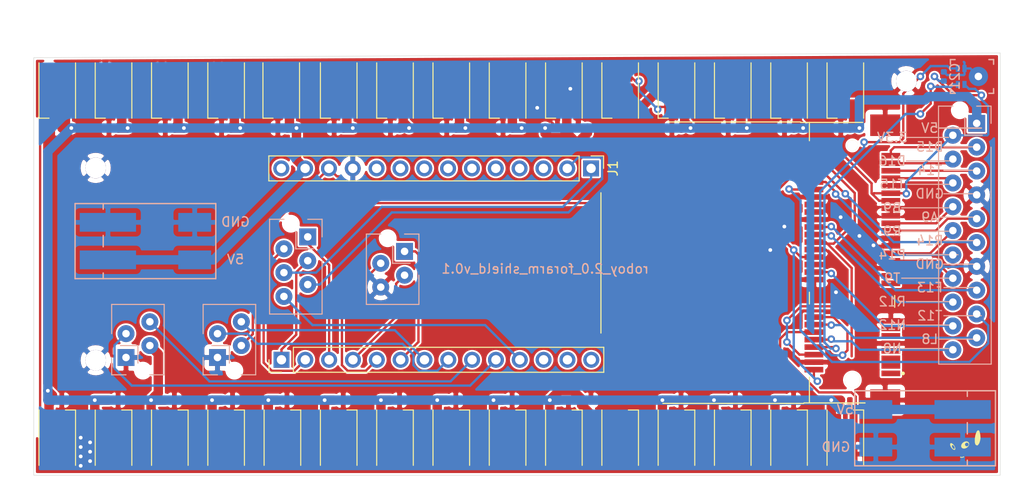
<source format=kicad_pcb>
(kicad_pcb (version 20171130) (host pcbnew 5.1.2-f72e74a~84~ubuntu18.04.1)
  (layers (0 F.Cu signal) (31 B.Cu signal) (34 B.Paste user) (35 F.Paste user) (36 B.SilkS user) (37 F.SilkS user) (38 B.Mask user) (39 F.Mask user) (44 Edge.Cuts user))
  (net 0 "")
  (net 1 /bMKR_D[6])
  (net 2 /bMKR_D[7])
  (net 3 /bMKR_D[8])
  (net 4 /bMKR_D[9])
  (net 5 /bMKR_D[10])
  (net 6 /bMKR_D[11])
  (net 7 /bMKR_D[12])
  (net 8 /bMKR_D[13])
  (net 9 /bMKR_D[14])
  (net 10 /RESET)
  (net 11 +5V)
  (net 12 /AREF)
  (net 13 /bMKR_A[0])
  (net 14 /bMKR_A[1])
  (net 15 /bMKR_A[2])
  (net 16 /bMKR_A[3])
  (net 17 /bMKR_A[4])
  (net 18 /bMKR_A[5])
  (net 19 /bMKR_A[6])
  (net 20 /bMKR_D[0])
  (net 21 /bMKR_D[1])
  (net 22 /bMKR_D[2])
  (net 23 /bMKR_D[3])
  (net 24 /bMKR_D[4])
  (net 25 /bMKR_D[5])
  (net 26 "Net-(J3-Pad17)")
  (net 27 "Net-(J3-Pad19)")
  (net 28 "Net-(J3-Pad36)")
  (net 29 "Net-(J3-Pad38)")
  (net 30 GND)
  (net 31 +3V3)
  (net 32 "Net-(C21-Pad2)")
  (net 33 /M8)
  (net 34 "Net-(D1-Pad1)")
  (net 35 "Net-(D2-Pad1)")
  (net 36 "Net-(D2-Pad3)")
  (net 37 "Net-(D3-Pad1)")
  (net 38 "Net-(D4-Pad3)")
  (net 39 "Net-(D5-Pad1)")
  (net 40 "Net-(D6-Pad3)")
  (net 41 "Net-(D7-Pad1)")
  (net 42 "Net-(D10-Pad1)")
  (net 43 "Net-(D11-Pad3)")
  (net 44 "Net-(D10-Pad3)")
  (net 45 "Net-(D11-Pad1)")
  (net 46 "Net-(D12-Pad3)")
  (net 47 "Net-(D13-Pad1)")
  (net 48 "Net-(D14-Pad3)")
  (net 49 "Net-(D15-Pad1)")
  (net 50 "Net-(D16-Pad3)")
  (net 51 "Net-(D17-Pad1)")
  (net 52 "Net-(D18-Pad3)")
  (net 53 "Net-(D19-Pad1)")
  (net 54 "Net-(D20-Pad3)")
  (net 55 "Net-(D21-Pad1)")
  (net 56 "Net-(D22-Pad3)")
  (net 57 "Net-(D23-Pad1)")
  (net 58 "Net-(D24-Pad3)")
  (net 59 "Net-(D25-Pad1)")
  (net 60 "Net-(D26-Pad3)")
  (net 61 "Net-(D27-Pad1)")
  (net 62 "Net-(D28-Pad3)")
  (net 63 "Net-(D29-Pad1)")
  (net 64 "Net-(J1-Pad14)")
  (net 65 /R10)
  (net 66 /P11)
  (net 67 /R11)
  (net 68 +1V5)
  (net 69 /M6)
  (net 70 /L7)
  (net 71 /N8)
  (net 72 /T8)
  (net 73 /R8)
  (net 74 /L8)
  (net 75 /M10)
  (net 76 /N12)
  (net 77 /T12)
  (net 78 /T9)
  (net 79 /R9)
  (net 80 /R12)
  (net 81 /A9)
  (net 82 /F13)
  (net 83 /B9)
  (net 84 /R13)
  (net 85 /P14)
  (net 86 /T15)
  (net 87 /R14)
  (net 88 /T14)
  (net 89 /D16)
  (net 90 /D15)
  (module custom_lib:R1_eyes_mask_5.5mm (layer F.Cu) (at 187 106)
    (fp_text reference G*** hide)
    (fp_text value LOGO hide)
  )
  (module custom_lib:R1_ear_silk_5.5mm (layer F.Cu) (at 187 106)
    (fp_text reference G*** hide)
    (fp_text value LOGO hide)
  )
  (module custom_lib:R1_face_mask_5.5mm (layer F.Cu) (at 187 106)
    (fp_text reference G*** hide)
    (fp_text value LOGO hide)
  )
  (module MountingHole:MountingHole_2.2mm_M2 (layer F.Cu) (at 95.1 77.25)
    (fp_text reference REF** hide)
    (fp_text value MountingHole_2.2mm_M2)
    (pad 1 thru_hole circle (at 0 0) (size 2.2 2.2) (drill 2.2) (layers *.Cu *.Mask) (net 30 GND))
  )
  (module MountingHole:MountingHole_2.2mm_M2 (layer F.Cu) (at 95.1 97.75)
    (fp_text reference REF** hide)
    (fp_text value MountingHole_2.2mm_M2)
    (pad 1 thru_hole circle (at 0 0) (size 2.2 2.2) (drill 2.2) (layers *.Cu *.Mask) (net 30 GND))
  )
  (module MountingHole:MountingHole_2.2mm_M2 (layer F.Cu) (at 181.5 68)
    (fp_text reference REF** hide)
    (fp_text value MountingHole_2.2mm_M2)
    (pad 1 thru_hole circle (at 0 0) (size 2.2 2.2) (drill 2.2) (layers *.Cu *.Mask) (net 30 GND))
  )
  (module 2041119-1:TE_2041119-1 (layer F.Cu) (at 175.75 87.35 90)
    (fp_text reference J3 hide)
    (fp_text value 2041119-1-vidor hide)
    (pad S1 smd rect (at -14.65 3.5 90) (size 2.3 3.2) (layers F.Cu F.Paste F.Mask) (net 30 GND))
    (pad Hole np_thru_hole circle (at -12.5 0 90) (size 1.6 1.6) (drill 1.6) (layers *.Cu *.Mask F.SilkS))
    (pad Hole np_thru_hole circle (at 12.5 0 90) (size 1.1 1.1) (drill 1.1) (layers *.Cu *.Mask F.SilkS))
    (pad S2 smd rect (at 14.65 3.5 90) (size 2.3 3.2) (layers F.Cu F.Paste F.Mask) (net 30 GND))
    (pad 1 smd rect (at -11.8 4.1 90) (size 0.6 2) (layers F.Cu F.Paste F.Mask) (net 65 /R10))
    (pad 2 smd rect (at -11.4 -4.1 90) (size 0.6 2) (layers F.Cu F.Paste F.Mask) (net 31 +3V3))
    (pad 3 smd rect (at -11 4.1 90) (size 0.6 2) (layers F.Cu F.Paste F.Mask) (net 66 /P11))
    (pad 4 smd rect (at -10.6 -4.1 90) (size 0.6 2) (layers F.Cu F.Paste F.Mask) (net 30 GND))
    (pad 5 smd rect (at -10.2 4.1 90) (size 0.6 2) (layers F.Cu F.Paste F.Mask) (net 67 /R11))
    (pad 6 smd rect (at -9.8 -4.1 90) (size 0.6 2) (layers F.Cu F.Paste F.Mask) (net 68 +1V5))
    (pad 7 smd rect (at -9.4 4.1 90) (size 0.6 2) (layers F.Cu F.Paste F.Mask) (net 69 /M6))
    (pad 8 smd rect (at -9 -4.1 90) (size 0.6 2) (layers F.Cu F.Paste F.Mask) (net 70 /L7))
    (pad 9 smd rect (at -8.6 4.1 90) (size 0.6 2) (layers F.Cu F.Paste F.Mask) (net 30 GND))
    (pad 10 smd rect (at -8.2 -4.1 90) (size 0.6 2) (layers F.Cu F.Paste F.Mask) (net 71 /N8))
    (pad 11 smd rect (at -7.8 4.1 90) (size 0.6 2) (layers F.Cu F.Paste F.Mask) (net 72 /T8))
    (pad 12 smd rect (at -7.4 -4.1 90) (size 0.6 2) (layers F.Cu F.Paste F.Mask) (net 33 /M8))
    (pad 13 smd rect (at -7 4.1 90) (size 0.6 2) (layers F.Cu F.Paste F.Mask) (net 73 /R8))
    (pad 14 smd rect (at -6.6 -4.1 90) (size 0.6 2) (layers F.Cu F.Paste F.Mask) (net 74 /L8))
    (pad 15 smd rect (at -6.2 4.1 90) (size 0.6 2) (layers F.Cu F.Paste F.Mask) (net 30 GND))
    (pad 16 smd rect (at -5.8 -4.1 90) (size 0.6 2) (layers F.Cu F.Paste F.Mask) (net 75 /M10))
    (pad 17 smd rect (at -2.2 4.1 90) (size 0.6 2) (layers F.Cu F.Paste F.Mask) (net 26 "Net-(J3-Pad17)"))
    (pad 18 smd rect (at -1.8 -4.1 90) (size 0.6 2) (layers F.Cu F.Paste F.Mask) (net 30 GND))
    (pad 19 smd rect (at -1.4 4.1 90) (size 0.6 2) (layers F.Cu F.Paste F.Mask) (net 27 "Net-(J3-Pad19)"))
    (pad 20 smd rect (at -1 -4.1 90) (size 0.6 2) (layers F.Cu F.Paste F.Mask) (net 76 /N12))
    (pad 21 smd rect (at -0.6 4.1 90) (size 0.6 2) (layers F.Cu F.Paste F.Mask) (net 30 GND))
    (pad 22 smd rect (at -0.2 -4.1 90) (size 0.6 2) (layers F.Cu F.Paste F.Mask) (net 77 /T12))
    (pad 23 smd rect (at 0.2 4.1 90) (size 0.6 2) (layers F.Cu F.Paste F.Mask) (net 78 /T9))
    (pad 24 smd rect (at 0.6 -4.1 90) (size 0.6 2) (layers F.Cu F.Paste F.Mask) (net 31 +3V3))
    (pad 25 smd rect (at 1 4.1 90) (size 0.6 2) (layers F.Cu F.Paste F.Mask) (net 79 /R9))
    (pad 26 smd rect (at 1.4 -4.1 90) (size 0.6 2) (layers F.Cu F.Paste F.Mask) (net 30 GND))
    (pad 27 smd rect (at 1.8 4.1 90) (size 0.6 2) (layers F.Cu F.Paste F.Mask) (net 30 GND))
    (pad 28 smd rect (at 2.2 -4.1 90) (size 0.6 2) (layers F.Cu F.Paste F.Mask) (net 68 +1V5))
    (pad 29 smd rect (at 2.6 4.1 90) (size 0.6 2) (layers F.Cu F.Paste F.Mask) (net 30 GND))
    (pad 30 smd rect (at 3 -4.1 90) (size 0.6 2) (layers F.Cu F.Paste F.Mask) (net 80 /R12))
    (pad 31 smd rect (at 3.4 4.1 90) (size 0.6 2) (layers F.Cu F.Paste F.Mask) (net 81 /A9))
    (pad 32 smd rect (at 3.8 -4.1 90) (size 0.6 2) (layers F.Cu F.Paste F.Mask) (net 82 /F13))
    (pad 33 smd rect (at 4.2 4.1 90) (size 0.6 2) (layers F.Cu F.Paste F.Mask) (net 83 /B9))
    (pad 34 smd rect (at 4.6 -4.1 90) (size 0.6 2) (layers F.Cu F.Paste F.Mask) (net 30 GND))
    (pad 35 smd rect (at 5 4.1 90) (size 0.6 2) (layers F.Cu F.Paste F.Mask) (net 30 GND))
    (pad 36 smd rect (at 5.4 -4.1 90) (size 0.6 2) (layers F.Cu F.Paste F.Mask) (net 28 "Net-(J3-Pad36)"))
    (pad 37 smd rect (at 5.8 4.1 90) (size 0.6 2) (layers F.Cu F.Paste F.Mask) (net 30 GND))
    (pad 38 smd rect (at 6.2 -4.1 90) (size 0.6 2) (layers F.Cu F.Paste F.Mask) (net 29 "Net-(J3-Pad38)"))
    (pad 39 smd rect (at 6.6 4.1 90) (size 0.6 2) (layers F.Cu F.Paste F.Mask) (net 31 +3V3))
    (pad 40 smd rect (at 7 -4.1 90) (size 0.6 2) (layers F.Cu F.Paste F.Mask) (net 30 GND))
    (pad 41 smd rect (at 7.4 4.1 90) (size 0.6 2) (layers F.Cu F.Paste F.Mask) (net 31 +3V3))
    (pad 42 smd rect (at 7.8 -4.1 90) (size 0.6 2) (layers F.Cu F.Paste F.Mask) (net 84 /R13))
    (pad 43 smd rect (at 8.2 4.1 90) (size 0.6 2) (layers F.Cu F.Paste F.Mask) (net 30 GND))
    (pad 44 smd rect (at 8.6 -4.1 90) (size 0.6 2) (layers F.Cu F.Paste F.Mask) (net 85 /P14))
    (pad 45 smd rect (at 9 4.1 90) (size 0.6 2) (layers F.Cu F.Paste F.Mask) (net 86 /T15))
    (pad 46 smd rect (at 9.4 -4.1 90) (size 0.6 2) (layers F.Cu F.Paste F.Mask) (net 87 /R14))
    (pad 47 smd rect (at 9.8 4.1 90) (size 0.6 2) (layers F.Cu F.Paste F.Mask) (net 88 /T14))
    (pad 48 smd rect (at 10.2 -4.1 90) (size 0.6 2) (layers F.Cu F.Paste F.Mask) (net 68 +1V5))
    (pad 49 smd rect (at 10.6 4.1 90) (size 0.6 2) (layers F.Cu F.Paste F.Mask) (net 89 /D16))
    (pad 50 smd rect (at 11 -4.1 90) (size 0.6 2) (layers F.Cu F.Paste F.Mask) (net 30 GND))
    (pad 51 smd rect (at 11.4 4.1 90) (size 0.6 2) (layers F.Cu F.Paste F.Mask) (net 90 /D15))
    (pad 52 smd rect (at 11.8 -4.1 90) (size 0.6 2) (layers F.Cu F.Paste F.Mask) (net 31 +3V3))
  )
  (module Connector_PinHeader_2.54mm:PinHeader_1x14_P2.54mm_Vertical (layer F.Cu) (at 147.9 77.3 270)
    (fp_text reference J1 (at 0 -2.33 90) (layer F.SilkS))
    (fp_text value J5)
    (pad 1 thru_hole rect (at 0 0 270) (size 1.7 1.7) (drill 1) (layers *.Cu *.Mask) (net 1 /bMKR_D[6]))
    (pad 2 thru_hole oval (at 0 2.54 270) (size 1.7 1.7) (drill 1) (layers *.Cu *.Mask) (net 2 /bMKR_D[7]))
    (pad 3 thru_hole oval (at 0 5.08 270) (size 1.7 1.7) (drill 1) (layers *.Cu *.Mask) (net 3 /bMKR_D[8]))
    (pad 4 thru_hole oval (at 0 7.62 270) (size 1.7 1.7) (drill 1) (layers *.Cu *.Mask) (net 4 /bMKR_D[9]))
    (pad 5 thru_hole oval (at 0 10.16 270) (size 1.7 1.7) (drill 1) (layers *.Cu *.Mask) (net 5 /bMKR_D[10]))
    (pad 6 thru_hole oval (at 0 12.7 270) (size 1.7 1.7) (drill 1) (layers *.Cu *.Mask) (net 6 /bMKR_D[11]))
    (pad 7 thru_hole oval (at 0 15.24 270) (size 1.7 1.7) (drill 1) (layers *.Cu *.Mask) (net 7 /bMKR_D[12]))
    (pad 8 thru_hole oval (at 0 17.78 270) (size 1.7 1.7) (drill 1) (layers *.Cu *.Mask) (net 8 /bMKR_D[13]))
    (pad 9 thru_hole oval (at 0 20.32 270) (size 1.7 1.7) (drill 1) (layers *.Cu *.Mask) (net 9 /bMKR_D[14]))
    (pad 10 thru_hole oval (at 0 22.86 270) (size 1.7 1.7) (drill 1) (layers *.Cu *.Mask) (net 10 /RESET))
    (pad 11 thru_hole oval (at 0 25.4 270) (size 1.7 1.7) (drill 1) (layers *.Cu *.Mask) (net 30 GND))
    (pad 12 thru_hole oval (at 0 27.94 270) (size 1.7 1.7) (drill 1) (layers *.Cu *.Mask) (net 31 +3V3))
    (pad 13 thru_hole oval (at 0 30.48 270) (size 1.7 1.7) (drill 1) (layers *.Cu *.Mask) (net 11 +5V))
    (pad 14 thru_hole oval (at 0 33.02 270) (size 1.7 1.7) (drill 1) (layers *.Cu *.Mask) (net 64 "Net-(J1-Pad14)"))
  )
  (module Connector_PinHeader_2.54mm:PinHeader_1x14_P2.54mm_Vertical (layer F.Cu) (at 114.9 97.7 90)
    (fp_text reference J2 hide)
    (fp_text value J4)
    (pad 14 thru_hole oval (at 0 33.02 90) (size 1.7 1.7) (drill 1) (layers *.Cu *.Mask) (net 12 /AREF))
    (pad 13 thru_hole oval (at 0 30.48 90) (size 1.7 1.7) (drill 1) (layers *.Cu *.Mask) (net 13 /bMKR_A[0]))
    (pad 12 thru_hole oval (at 0 27.94 90) (size 1.7 1.7) (drill 1) (layers *.Cu *.Mask) (net 14 /bMKR_A[1]))
    (pad 11 thru_hole oval (at 0 25.4 90) (size 1.7 1.7) (drill 1) (layers *.Cu *.Mask) (net 15 /bMKR_A[2]))
    (pad 10 thru_hole oval (at 0 22.86 90) (size 1.7 1.7) (drill 1) (layers *.Cu *.Mask) (net 16 /bMKR_A[3]))
    (pad 9 thru_hole oval (at 0 20.32 90) (size 1.7 1.7) (drill 1) (layers *.Cu *.Mask) (net 17 /bMKR_A[4]))
    (pad 8 thru_hole oval (at 0 17.78 90) (size 1.7 1.7) (drill 1) (layers *.Cu *.Mask) (net 18 /bMKR_A[5]))
    (pad 7 thru_hole oval (at 0 15.24 90) (size 1.7 1.7) (drill 1) (layers *.Cu *.Mask) (net 19 /bMKR_A[6]))
    (pad 6 thru_hole oval (at 0 12.7 90) (size 1.7 1.7) (drill 1) (layers *.Cu *.Mask) (net 20 /bMKR_D[0]))
    (pad 5 thru_hole oval (at 0 10.16 90) (size 1.7 1.7) (drill 1) (layers *.Cu *.Mask) (net 21 /bMKR_D[1]))
    (pad 4 thru_hole oval (at 0 7.62 90) (size 1.7 1.7) (drill 1) (layers *.Cu *.Mask) (net 22 /bMKR_D[2]))
    (pad 3 thru_hole oval (at 0 5.08 90) (size 1.7 1.7) (drill 1) (layers *.Cu *.Mask) (net 23 /bMKR_D[3]))
    (pad 2 thru_hole oval (at 0 2.54 90) (size 1.7 1.7) (drill 1) (layers *.Cu *.Mask) (net 24 /bMKR_D[4]))
    (pad 1 thru_hole rect (at 0 0 90) (size 1.7 1.7) (drill 1) (layers *.Cu *.Mask) (net 25 /bMKR_D[5]))
  )
  (module Resistor_SMD:R_0402_1005Metric (layer F.Cu) (at 121 102)
    (fp_text reference C1 hide)
    (fp_text value 0.1u)
    (pad 2 smd roundrect (at 0.485 0) (size 0.59 0.64) (layers F.Cu F.Paste F.Mask) (net 30 GND))
    (pad 1 smd roundrect (at -0.485 0) (size 0.59 0.64) (layers F.Cu F.Paste F.Mask) (net 11 +5V))
  )
  (module Resistor_SMD:R_0402_1005Metric (layer F.Cu) (at 115 73 180)
    (fp_text reference C2 hide)
    (fp_text value 0.1u)
    (pad 1 smd roundrect (at -0.485 0 180) (size 0.59 0.64) (layers F.Cu F.Paste F.Mask) (net 11 +5V))
    (pad 2 smd roundrect (at 0.485 0 180) (size 0.59 0.64) (layers F.Cu F.Paste F.Mask) (net 30 GND))
  )
  (module Resistor_SMD:R_0402_1005Metric (layer F.Cu) (at 121 73 180)
    (fp_text reference C3 hide)
    (fp_text value 0.1u)
    (pad 2 smd roundrect (at 0.485 0 180) (size 0.59 0.64) (layers F.Cu F.Paste F.Mask) (net 30 GND))
    (pad 1 smd roundrect (at -0.485 0 180) (size 0.59 0.64) (layers F.Cu F.Paste F.Mask) (net 11 +5V))
  )
  (module Resistor_SMD:R_0402_1005Metric (layer F.Cu) (at 139 73 180)
    (fp_text reference C4 hide)
    (fp_text value 0.1u)
    (pad 1 smd roundrect (at -0.485 0 180) (size 0.59 0.64) (layers F.Cu F.Paste F.Mask) (net 11 +5V))
    (pad 2 smd roundrect (at 0.485 0 180) (size 0.59 0.64) (layers F.Cu F.Paste F.Mask) (net 30 GND))
  )
  (module Resistor_SMD:R_0402_1005Metric (layer F.Cu) (at 157 73 180)
    (fp_text reference C5 hide)
    (fp_text value 0.1u)
    (pad 2 smd roundrect (at 0.485 0 180) (size 0.59 0.64) (layers F.Cu F.Paste F.Mask) (net 30 GND))
    (pad 1 smd roundrect (at -0.485 0 180) (size 0.59 0.64) (layers F.Cu F.Paste F.Mask) (net 11 +5V))
  )
  (module Resistor_SMD:R_0402_1005Metric (layer F.Cu) (at 133 73 180)
    (fp_text reference C6 hide)
    (fp_text value 0.1u)
    (pad 1 smd roundrect (at -0.485 0 180) (size 0.59 0.64) (layers F.Cu F.Paste F.Mask) (net 11 +5V))
    (pad 2 smd roundrect (at 0.485 0 180) (size 0.59 0.64) (layers F.Cu F.Paste F.Mask) (net 30 GND))
  )
  (module Resistor_SMD:R_0402_1005Metric (layer F.Cu) (at 163 73 180)
    (fp_text reference C7 hide)
    (fp_text value 0.1u)
    (pad 2 smd roundrect (at 0.485 0 180) (size 0.59 0.64) (layers F.Cu F.Paste F.Mask) (net 30 GND))
    (pad 1 smd roundrect (at -0.485 0 180) (size 0.59 0.64) (layers F.Cu F.Paste F.Mask) (net 11 +5V))
  )
  (module Resistor_SMD:R_0402_1005Metric (layer F.Cu) (at 144.8 73 180)
    (fp_text reference C8 hide)
    (fp_text value 0.1u)
    (pad 1 smd roundrect (at -0.485 0 180) (size 0.59 0.64) (layers F.Cu F.Paste F.Mask) (net 11 +5V))
    (pad 2 smd roundrect (at 0.485 0 180) (size 0.59 0.64) (layers F.Cu F.Paste F.Mask) (net 30 GND))
  )
  (module Resistor_SMD:R_0402_1005Metric (layer F.Cu) (at 147.4 102)
    (fp_text reference C9 hide)
    (fp_text value 0.1u)
    (pad 2 smd roundrect (at 0.485 0) (size 0.59 0.64) (layers F.Cu F.Paste F.Mask) (net 30 GND))
    (pad 1 smd roundrect (at -0.485 0) (size 0.59 0.64) (layers F.Cu F.Paste F.Mask) (net 11 +5V))
  )
  (module Resistor_SMD:R_0402_1005Metric (layer F.Cu) (at 162.8 102)
    (fp_text reference C10 hide)
    (fp_text value 0.1u)
    (pad 1 smd roundrect (at -0.485 0) (size 0.59 0.64) (layers F.Cu F.Paste F.Mask) (net 11 +5V))
    (pad 2 smd roundrect (at 0.485 0) (size 0.59 0.64) (layers F.Cu F.Paste F.Mask) (net 30 GND))
  )
  (module Resistor_SMD:R_0402_1005Metric (layer F.Cu) (at 147 73 180)
    (fp_text reference C11 hide)
    (fp_text value 0.1u)
    (pad 2 smd roundrect (at 0.485 0 180) (size 0.59 0.64) (layers F.Cu F.Paste F.Mask) (net 30 GND))
    (pad 1 smd roundrect (at -0.485 0 180) (size 0.59 0.64) (layers F.Cu F.Paste F.Mask) (net 11 +5V))
  )
  (module Resistor_SMD:R_0402_1005Metric (layer F.Cu) (at 175 73 180)
    (fp_text reference C12 hide)
    (fp_text value 0.1u)
    (pad 1 smd roundrect (at -0.485 0 180) (size 0.59 0.64) (layers F.Cu F.Paste F.Mask) (net 11 +5V))
    (pad 2 smd roundrect (at 0.485 0 180) (size 0.59 0.64) (layers F.Cu F.Paste F.Mask) (net 30 GND))
  )
  (module Resistor_SMD:R_0402_1005Metric (layer F.Cu) (at 169 73 180)
    (fp_text reference C13 hide)
    (fp_text value 0.1u)
    (pad 2 smd roundrect (at 0.485 0 180) (size 0.59 0.64) (layers F.Cu F.Paste F.Mask) (net 30 GND))
    (pad 1 smd roundrect (at -0.485 0 180) (size 0.59 0.64) (layers F.Cu F.Paste F.Mask) (net 11 +5V))
  )
  (module Resistor_SMD:R_0402_1005Metric (layer F.Cu) (at 157 102)
    (fp_text reference C14 hide)
    (fp_text value 0.1u)
    (pad 1 smd roundrect (at -0.485 0) (size 0.59 0.64) (layers F.Cu F.Paste F.Mask) (net 11 +5V))
    (pad 2 smd roundrect (at 0.485 0) (size 0.59 0.64) (layers F.Cu F.Paste F.Mask) (net 30 GND))
  )
  (module Resistor_SMD:R_0402_1005Metric (layer F.Cu) (at 145 102)
    (fp_text reference C15 hide)
    (fp_text value 0.1u)
    (pad 2 smd roundrect (at 0.485 0) (size 0.59 0.64) (layers F.Cu F.Paste F.Mask) (net 30 GND))
    (pad 1 smd roundrect (at -0.485 0) (size 0.59 0.64) (layers F.Cu F.Paste F.Mask) (net 11 +5V))
  )
  (module Resistor_SMD:R_0402_1005Metric (layer F.Cu) (at 127 73 180)
    (fp_text reference C16 hide)
    (fp_text value 0.1u)
    (pad 1 smd roundrect (at -0.485 0 180) (size 0.59 0.64) (layers F.Cu F.Paste F.Mask) (net 11 +5V))
    (pad 2 smd roundrect (at 0.485 0 180) (size 0.59 0.64) (layers F.Cu F.Paste F.Mask) (net 30 GND))
  )
  (module Resistor_SMD:R_0402_1005Metric (layer F.Cu) (at 139 102)
    (fp_text reference C17 hide)
    (fp_text value 0.1u)
    (pad 2 smd roundrect (at 0.485 0) (size 0.59 0.64) (layers F.Cu F.Paste F.Mask) (net 30 GND))
    (pad 1 smd roundrect (at -0.485 0) (size 0.59 0.64) (layers F.Cu F.Paste F.Mask) (net 11 +5V))
  )
  (module Resistor_SMD:R_0402_1005Metric (layer F.Cu) (at 109 73 180)
    (fp_text reference C18 hide)
    (fp_text value 0.1u)
    (pad 1 smd roundrect (at -0.485 0 180) (size 0.59 0.64) (layers F.Cu F.Paste F.Mask) (net 11 +5V))
    (pad 2 smd roundrect (at 0.485 0 180) (size 0.59 0.64) (layers F.Cu F.Paste F.Mask) (net 30 GND))
  )
  (module Resistor_SMD:R_0402_1005Metric (layer F.Cu) (at 103 73 180)
    (fp_text reference C19 hide)
    (fp_text value 0.1u)
    (pad 2 smd roundrect (at 0.485 0 180) (size 0.59 0.64) (layers F.Cu F.Paste F.Mask) (net 30 GND))
    (pad 1 smd roundrect (at -0.485 0 180) (size 0.59 0.64) (layers F.Cu F.Paste F.Mask) (net 11 +5V))
  )
  (module Resistor_SMD:R_0402_1005Metric (layer F.Cu) (at 169 102)
    (fp_text reference C20 hide)
    (fp_text value 0.1u)
    (pad 1 smd roundrect (at -0.485 0) (size 0.59 0.64) (layers F.Cu F.Paste F.Mask) (net 11 +5V))
    (pad 2 smd roundrect (at 0.485 0) (size 0.59 0.64) (layers F.Cu F.Paste F.Mask) (net 30 GND))
  )
  (module Resistor_SMD:R_0402_1005Metric (layer B.Cu) (at 185.5 67.5 90)
    (fp_text reference C21 (at 0 1.17 270) (layer B.SilkS) (effects (justify mirror)))
    (fp_text value 0.1u)
    (pad 1 smd roundrect (at -0.485 0 90) (size 0.59 0.64) (layers B.Cu B.Paste B.Mask) (net 31 +3V3))
    (pad 2 smd roundrect (at 0.485 0 90) (size 0.59 0.64) (layers B.Cu B.Paste B.Mask) (net 32 "Net-(C21-Pad2)"))
  )
  (module Resistor_SMD:R_0402_1005Metric (layer F.Cu) (at 127 102)
    (fp_text reference C22 hide)
    (fp_text value 0.1u)
    (pad 1 smd roundrect (at -0.485 0) (size 0.59 0.64) (layers F.Cu F.Paste F.Mask) (net 11 +5V))
    (pad 2 smd roundrect (at 0.485 0) (size 0.59 0.64) (layers F.Cu F.Paste F.Mask) (net 30 GND))
  )
  (module Resistor_SMD:R_0402_1005Metric (layer F.Cu) (at 133 102)
    (fp_text reference C23 hide)
    (fp_text value 0.1u)
    (pad 2 smd roundrect (at 0.485 0) (size 0.59 0.64) (layers F.Cu F.Paste F.Mask) (net 30 GND))
    (pad 1 smd roundrect (at -0.485 0) (size 0.59 0.64) (layers F.Cu F.Paste F.Mask) (net 11 +5V))
  )
  (module Resistor_SMD:R_0402_1005Metric (layer F.Cu) (at 175 102)
    (fp_text reference C24 hide)
    (fp_text value 0.1u)
    (pad 1 smd roundrect (at -0.485 0) (size 0.59 0.64) (layers F.Cu F.Paste F.Mask) (net 11 +5V))
    (pad 2 smd roundrect (at 0.485 0) (size 0.59 0.64) (layers F.Cu F.Paste F.Mask) (net 30 GND))
  )
  (module Resistor_SMD:R_0402_1005Metric (layer F.Cu) (at 115 102)
    (fp_text reference C25 hide)
    (fp_text value 0.1u)
    (pad 2 smd roundrect (at 0.485 0) (size 0.59 0.64) (layers F.Cu F.Paste F.Mask) (net 30 GND))
    (pad 1 smd roundrect (at -0.485 0) (size 0.59 0.64) (layers F.Cu F.Paste F.Mask) (net 11 +5V))
  )
  (module Resistor_SMD:R_0402_1005Metric (layer F.Cu) (at 97 73 180)
    (fp_text reference C26 hide)
    (fp_text value 0.1u)
    (pad 1 smd roundrect (at -0.485 0 180) (size 0.59 0.64) (layers F.Cu F.Paste F.Mask) (net 11 +5V))
    (pad 2 smd roundrect (at 0.485 0 180) (size 0.59 0.64) (layers F.Cu F.Paste F.Mask) (net 30 GND))
  )
  (module Resistor_SMD:R_0402_1005Metric (layer F.Cu) (at 103 102)
    (fp_text reference C27 hide)
    (fp_text value 0.1u)
    (pad 2 smd roundrect (at 0.485 0) (size 0.59 0.64) (layers F.Cu F.Paste F.Mask) (net 30 GND))
    (pad 1 smd roundrect (at -0.485 0) (size 0.59 0.64) (layers F.Cu F.Paste F.Mask) (net 11 +5V))
  )
  (module Resistor_SMD:R_0402_1005Metric (layer F.Cu) (at 91 102)
    (fp_text reference C28 hide)
    (fp_text value 0.1u)
    (pad 1 smd roundrect (at -0.485 0) (size 0.59 0.64) (layers F.Cu F.Paste F.Mask) (net 11 +5V))
    (pad 2 smd roundrect (at 0.485 0) (size 0.59 0.64) (layers F.Cu F.Paste F.Mask) (net 30 GND))
  )
  (module Resistor_SMD:R_0402_1005Metric (layer F.Cu) (at 109.2 102)
    (fp_text reference C29 hide)
    (fp_text value 0.1u)
    (pad 2 smd roundrect (at 0.485 0) (size 0.59 0.64) (layers F.Cu F.Paste F.Mask) (net 30 GND))
    (pad 1 smd roundrect (at -0.485 0) (size 0.59 0.64) (layers F.Cu F.Paste F.Mask) (net 11 +5V))
  )
  (module Resistor_SMD:R_0402_1005Metric (layer F.Cu) (at 97 102)
    (fp_text reference C30 hide)
    (fp_text value 0.1u)
    (pad 1 smd roundrect (at -0.485 0) (size 0.59 0.64) (layers F.Cu F.Paste F.Mask) (net 11 +5V))
    (pad 2 smd roundrect (at 0.485 0) (size 0.59 0.64) (layers F.Cu F.Paste F.Mask) (net 30 GND))
  )
  (module Resistor_SMD:R_0402_1005Metric (layer F.Cu) (at 91 73 180)
    (fp_text reference C31 hide)
    (fp_text value 0.1u)
    (pad 2 smd roundrect (at 0.485 0 180) (size 0.59 0.64) (layers F.Cu F.Paste F.Mask) (net 30 GND))
    (pad 1 smd roundrect (at -0.485 0 180) (size 0.59 0.64) (layers F.Cu F.Paste F.Mask) (net 11 +5V))
  )
  (module LED_SMD:LED_SK6812MINI_PLCC4_3.5x3.5mm_P1.75mm (layer F.Cu) (at 175 106 90)
    (fp_text reference D1 hide)
    (fp_text value SK6812MINI)
    (pad 3 smd rect (at 1.75 0.875 90) (size 1.6 0.85) (layers F.Cu F.Paste F.Mask) (net 33 /M8))
    (pad 4 smd rect (at 1.75 -0.875 90) (size 1.6 0.85) (layers F.Cu F.Paste F.Mask) (net 11 +5V))
    (pad 2 smd rect (at -1.75 0.875 90) (size 1.6 0.85) (layers F.Cu F.Paste F.Mask) (net 30 GND))
    (pad 1 smd rect (at -1.75 -0.875 90) (size 1.6 0.85) (layers F.Cu F.Paste F.Mask) (net 34 "Net-(D1-Pad1)"))
  )
  (module LED_SMD:LED_SK6812MINI_PLCC4_3.5x3.5mm_P1.75mm (layer F.Cu) (at 175 69 270)
    (fp_text reference D2 hide)
    (fp_text value SK6812MINI)
    (pad 1 smd rect (at -1.75 -0.875 270) (size 1.6 0.85) (layers F.Cu F.Paste F.Mask) (net 35 "Net-(D2-Pad1)"))
    (pad 2 smd rect (at -1.75 0.875 270) (size 1.6 0.85) (layers F.Cu F.Paste F.Mask) (net 30 GND))
    (pad 4 smd rect (at 1.75 -0.875 270) (size 1.6 0.85) (layers F.Cu F.Paste F.Mask) (net 11 +5V))
    (pad 3 smd rect (at 1.75 0.875 270) (size 1.6 0.85) (layers F.Cu F.Paste F.Mask) (net 36 "Net-(D2-Pad3)"))
  )
  (module LED_SMD:LED_SK6812MINI_PLCC4_3.5x3.5mm_P1.75mm (layer F.Cu) (at 169 106 90)
    (fp_text reference D3 hide)
    (fp_text value SK6812MINI)
    (pad 1 smd rect (at -1.75 -0.875 90) (size 1.6 0.85) (layers F.Cu F.Paste F.Mask) (net 37 "Net-(D3-Pad1)"))
    (pad 2 smd rect (at -1.75 0.875 90) (size 1.6 0.85) (layers F.Cu F.Paste F.Mask) (net 30 GND))
    (pad 4 smd rect (at 1.75 -0.875 90) (size 1.6 0.85) (layers F.Cu F.Paste F.Mask) (net 11 +5V))
    (pad 3 smd rect (at 1.75 0.875 90) (size 1.6 0.85) (layers F.Cu F.Paste F.Mask) (net 34 "Net-(D1-Pad1)"))
  )
  (module LED_SMD:LED_SK6812MINI_PLCC4_3.5x3.5mm_P1.75mm (layer F.Cu) (at 169 69 270)
    (fp_text reference D4 hide)
    (fp_text value SK6812MINI)
    (pad 1 smd rect (at -1.75 -0.875 270) (size 1.6 0.85) (layers F.Cu F.Paste F.Mask) (net 36 "Net-(D2-Pad3)"))
    (pad 2 smd rect (at -1.75 0.875 270) (size 1.6 0.85) (layers F.Cu F.Paste F.Mask) (net 30 GND))
    (pad 4 smd rect (at 1.75 -0.875 270) (size 1.6 0.85) (layers F.Cu F.Paste F.Mask) (net 11 +5V))
    (pad 3 smd rect (at 1.75 0.875 270) (size 1.6 0.85) (layers F.Cu F.Paste F.Mask) (net 38 "Net-(D4-Pad3)"))
  )
  (module LED_SMD:LED_SK6812MINI_PLCC4_3.5x3.5mm_P1.75mm (layer F.Cu) (at 163 106 90)
    (fp_text reference D5 hide)
    (fp_text value SK6812MINI)
    (pad 3 smd rect (at 1.75 0.875 90) (size 1.6 0.85) (layers F.Cu F.Paste F.Mask) (net 37 "Net-(D3-Pad1)"))
    (pad 4 smd rect (at 1.75 -0.875 90) (size 1.6 0.85) (layers F.Cu F.Paste F.Mask) (net 11 +5V))
    (pad 2 smd rect (at -1.75 0.875 90) (size 1.6 0.85) (layers F.Cu F.Paste F.Mask) (net 30 GND))
    (pad 1 smd rect (at -1.75 -0.875 90) (size 1.6 0.85) (layers F.Cu F.Paste F.Mask) (net 39 "Net-(D5-Pad1)"))
  )
  (module LED_SMD:LED_SK6812MINI_PLCC4_3.5x3.5mm_P1.75mm (layer F.Cu) (at 163 69 270)
    (fp_text reference D6 hide)
    (fp_text value SK6812MINI)
    (pad 3 smd rect (at 1.75 0.875 270) (size 1.6 0.85) (layers F.Cu F.Paste F.Mask) (net 40 "Net-(D6-Pad3)"))
    (pad 4 smd rect (at 1.75 -0.875 270) (size 1.6 0.85) (layers F.Cu F.Paste F.Mask) (net 11 +5V))
    (pad 2 smd rect (at -1.75 0.875 270) (size 1.6 0.85) (layers F.Cu F.Paste F.Mask) (net 30 GND))
    (pad 1 smd rect (at -1.75 -0.875 270) (size 1.6 0.85) (layers F.Cu F.Paste F.Mask) (net 38 "Net-(D4-Pad3)"))
  )
  (module LED_SMD:LED_SK6812MINI_PLCC4_3.5x3.5mm_P1.75mm (layer F.Cu) (at 157 106 90)
    (fp_text reference D7 hide)
    (fp_text value SK6812MINI)
    (pad 1 smd rect (at -1.75 -0.875 90) (size 1.6 0.85) (layers F.Cu F.Paste F.Mask) (net 41 "Net-(D7-Pad1)"))
    (pad 2 smd rect (at -1.75 0.875 90) (size 1.6 0.85) (layers F.Cu F.Paste F.Mask) (net 30 GND))
    (pad 4 smd rect (at 1.75 -0.875 90) (size 1.6 0.85) (layers F.Cu F.Paste F.Mask) (net 11 +5V))
    (pad 3 smd rect (at 1.75 0.875 90) (size 1.6 0.85) (layers F.Cu F.Paste F.Mask) (net 39 "Net-(D5-Pad1)"))
  )
  (module LED_SMD:LED_SK6812MINI_PLCC4_3.5x3.5mm_P1.75mm (layer F.Cu) (at 157 69 270)
    (fp_text reference D8 hide)
    (fp_text value SK6812MINI)
    (pad 3 smd rect (at 1.75 0.875 270) (size 1.6 0.85) (layers F.Cu F.Paste F.Mask) (net 42 "Net-(D10-Pad1)"))
    (pad 4 smd rect (at 1.75 -0.875 270) (size 1.6 0.85) (layers F.Cu F.Paste F.Mask) (net 11 +5V))
    (pad 2 smd rect (at -1.75 0.875 270) (size 1.6 0.85) (layers F.Cu F.Paste F.Mask) (net 30 GND))
    (pad 1 smd rect (at -1.75 -0.875 270) (size 1.6 0.85) (layers F.Cu F.Paste F.Mask) (net 40 "Net-(D6-Pad3)"))
  )
  (module LED_SMD:LED_SK6812MINI_PLCC4_3.5x3.5mm_P1.75mm (layer F.Cu) (at 151 106 90)
    (fp_text reference D9 hide)
    (fp_text value SK6812MINI)
    (pad 3 smd rect (at 1.75 0.875 90) (size 1.6 0.85) (layers F.Cu F.Paste F.Mask) (net 41 "Net-(D7-Pad1)"))
    (pad 4 smd rect (at 1.75 -0.875 90) (size 1.6 0.85) (layers F.Cu F.Paste F.Mask) (net 11 +5V))
    (pad 2 smd rect (at -1.75 0.875 90) (size 1.6 0.85) (layers F.Cu F.Paste F.Mask) (net 30 GND))
    (pad 1 smd rect (at -1.75 -0.875 90) (size 1.6 0.85) (layers F.Cu F.Paste F.Mask) (net 43 "Net-(D11-Pad3)"))
  )
  (module LED_SMD:LED_SK6812MINI_PLCC4_3.5x3.5mm_P1.75mm (layer F.Cu) (at 151 69 270)
    (fp_text reference D10 hide)
    (fp_text value SK6812MINI)
    (pad 1 smd rect (at -1.75 -0.875 270) (size 1.6 0.85) (layers F.Cu F.Paste F.Mask) (net 42 "Net-(D10-Pad1)"))
    (pad 2 smd rect (at -1.75 0.875 270) (size 1.6 0.85) (layers F.Cu F.Paste F.Mask) (net 30 GND))
    (pad 4 smd rect (at 1.75 -0.875 270) (size 1.6 0.85) (layers F.Cu F.Paste F.Mask) (net 11 +5V))
    (pad 3 smd rect (at 1.75 0.875 270) (size 1.6 0.85) (layers F.Cu F.Paste F.Mask) (net 44 "Net-(D10-Pad3)"))
  )
  (module LED_SMD:LED_SK6812MINI_PLCC4_3.5x3.5mm_P1.75mm (layer F.Cu) (at 145 106 90)
    (fp_text reference D11 hide)
    (fp_text value SK6812MINI)
    (pad 1 smd rect (at -1.75 -0.875 90) (size 1.6 0.85) (layers F.Cu F.Paste F.Mask) (net 45 "Net-(D11-Pad1)"))
    (pad 2 smd rect (at -1.75 0.875 90) (size 1.6 0.85) (layers F.Cu F.Paste F.Mask) (net 30 GND))
    (pad 4 smd rect (at 1.75 -0.875 90) (size 1.6 0.85) (layers F.Cu F.Paste F.Mask) (net 11 +5V))
    (pad 3 smd rect (at 1.75 0.875 90) (size 1.6 0.85) (layers F.Cu F.Paste F.Mask) (net 43 "Net-(D11-Pad3)"))
  )
  (module LED_SMD:LED_SK6812MINI_PLCC4_3.5x3.5mm_P1.75mm (layer F.Cu) (at 145 69 270)
    (fp_text reference D12 hide)
    (fp_text value SK6812MINI)
    (pad 3 smd rect (at 1.75 0.875 270) (size 1.6 0.85) (layers F.Cu F.Paste F.Mask) (net 46 "Net-(D12-Pad3)"))
    (pad 4 smd rect (at 1.75 -0.875 270) (size 1.6 0.85) (layers F.Cu F.Paste F.Mask) (net 11 +5V))
    (pad 2 smd rect (at -1.75 0.875 270) (size 1.6 0.85) (layers F.Cu F.Paste F.Mask) (net 30 GND))
    (pad 1 smd rect (at -1.75 -0.875 270) (size 1.6 0.85) (layers F.Cu F.Paste F.Mask) (net 44 "Net-(D10-Pad3)"))
  )
  (module LED_SMD:LED_SK6812MINI_PLCC4_3.5x3.5mm_P1.75mm (layer F.Cu) (at 139 106 90)
    (fp_text reference D13 hide)
    (fp_text value SK6812MINI)
    (pad 3 smd rect (at 1.75 0.875 90) (size 1.6 0.85) (layers F.Cu F.Paste F.Mask) (net 45 "Net-(D11-Pad1)"))
    (pad 4 smd rect (at 1.75 -0.875 90) (size 1.6 0.85) (layers F.Cu F.Paste F.Mask) (net 11 +5V))
    (pad 2 smd rect (at -1.75 0.875 90) (size 1.6 0.85) (layers F.Cu F.Paste F.Mask) (net 30 GND))
    (pad 1 smd rect (at -1.75 -0.875 90) (size 1.6 0.85) (layers F.Cu F.Paste F.Mask) (net 47 "Net-(D13-Pad1)"))
  )
  (module LED_SMD:LED_SK6812MINI_PLCC4_3.5x3.5mm_P1.75mm (layer F.Cu) (at 139 69 270)
    (fp_text reference D14 hide)
    (fp_text value SK6812MINI)
    (pad 1 smd rect (at -1.75 -0.875 270) (size 1.6 0.85) (layers F.Cu F.Paste F.Mask) (net 46 "Net-(D12-Pad3)"))
    (pad 2 smd rect (at -1.75 0.875 270) (size 1.6 0.85) (layers F.Cu F.Paste F.Mask) (net 30 GND))
    (pad 4 smd rect (at 1.75 -0.875 270) (size 1.6 0.85) (layers F.Cu F.Paste F.Mask) (net 11 +5V))
    (pad 3 smd rect (at 1.75 0.875 270) (size 1.6 0.85) (layers F.Cu F.Paste F.Mask) (net 48 "Net-(D14-Pad3)"))
  )
  (module LED_SMD:LED_SK6812MINI_PLCC4_3.5x3.5mm_P1.75mm (layer F.Cu) (at 133 106 90)
    (fp_text reference D15 hide)
    (fp_text value SK6812MINI)
    (pad 1 smd rect (at -1.75 -0.875 90) (size 1.6 0.85) (layers F.Cu F.Paste F.Mask) (net 49 "Net-(D15-Pad1)"))
    (pad 2 smd rect (at -1.75 0.875 90) (size 1.6 0.85) (layers F.Cu F.Paste F.Mask) (net 30 GND))
    (pad 4 smd rect (at 1.75 -0.875 90) (size 1.6 0.85) (layers F.Cu F.Paste F.Mask) (net 11 +5V))
    (pad 3 smd rect (at 1.75 0.875 90) (size 1.6 0.85) (layers F.Cu F.Paste F.Mask) (net 47 "Net-(D13-Pad1)"))
  )
  (module LED_SMD:LED_SK6812MINI_PLCC4_3.5x3.5mm_P1.75mm (layer F.Cu) (at 133 69 270)
    (fp_text reference D16 hide)
    (fp_text value SK6812MINI)
    (pad 3 smd rect (at 1.75 0.875 270) (size 1.6 0.85) (layers F.Cu F.Paste F.Mask) (net 50 "Net-(D16-Pad3)"))
    (pad 4 smd rect (at 1.75 -0.875 270) (size 1.6 0.85) (layers F.Cu F.Paste F.Mask) (net 11 +5V))
    (pad 2 smd rect (at -1.75 0.875 270) (size 1.6 0.85) (layers F.Cu F.Paste F.Mask) (net 30 GND))
    (pad 1 smd rect (at -1.75 -0.875 270) (size 1.6 0.85) (layers F.Cu F.Paste F.Mask) (net 48 "Net-(D14-Pad3)"))
  )
  (module LED_SMD:LED_SK6812MINI_PLCC4_3.5x3.5mm_P1.75mm (layer F.Cu) (at 127 106 90)
    (fp_text reference D17 hide)
    (fp_text value SK6812MINI)
    (pad 3 smd rect (at 1.75 0.875 90) (size 1.6 0.85) (layers F.Cu F.Paste F.Mask) (net 49 "Net-(D15-Pad1)"))
    (pad 4 smd rect (at 1.75 -0.875 90) (size 1.6 0.85) (layers F.Cu F.Paste F.Mask) (net 11 +5V))
    (pad 2 smd rect (at -1.75 0.875 90) (size 1.6 0.85) (layers F.Cu F.Paste F.Mask) (net 30 GND))
    (pad 1 smd rect (at -1.75 -0.875 90) (size 1.6 0.85) (layers F.Cu F.Paste F.Mask) (net 51 "Net-(D17-Pad1)"))
  )
  (module LED_SMD:LED_SK6812MINI_PLCC4_3.5x3.5mm_P1.75mm (layer F.Cu) (at 127 69 270)
    (fp_text reference D18 hide)
    (fp_text value SK6812MINI)
    (pad 1 smd rect (at -1.75 -0.875 270) (size 1.6 0.85) (layers F.Cu F.Paste F.Mask) (net 50 "Net-(D16-Pad3)"))
    (pad 2 smd rect (at -1.75 0.875 270) (size 1.6 0.85) (layers F.Cu F.Paste F.Mask) (net 30 GND))
    (pad 4 smd rect (at 1.75 -0.875 270) (size 1.6 0.85) (layers F.Cu F.Paste F.Mask) (net 11 +5V))
    (pad 3 smd rect (at 1.75 0.875 270) (size 1.6 0.85) (layers F.Cu F.Paste F.Mask) (net 52 "Net-(D18-Pad3)"))
  )
  (module LED_SMD:LED_SK6812MINI_PLCC4_3.5x3.5mm_P1.75mm (layer F.Cu) (at 121 106 90)
    (fp_text reference D19 hide)
    (fp_text value SK6812MINI)
    (pad 1 smd rect (at -1.75 -0.875 90) (size 1.6 0.85) (layers F.Cu F.Paste F.Mask) (net 53 "Net-(D19-Pad1)"))
    (pad 2 smd rect (at -1.75 0.875 90) (size 1.6 0.85) (layers F.Cu F.Paste F.Mask) (net 30 GND))
    (pad 4 smd rect (at 1.75 -0.875 90) (size 1.6 0.85) (layers F.Cu F.Paste F.Mask) (net 11 +5V))
    (pad 3 smd rect (at 1.75 0.875 90) (size 1.6 0.85) (layers F.Cu F.Paste F.Mask) (net 51 "Net-(D17-Pad1)"))
  )
  (module LED_SMD:LED_SK6812MINI_PLCC4_3.5x3.5mm_P1.75mm (layer F.Cu) (at 121 69 270)
    (fp_text reference D20 hide)
    (fp_text value SK6812MINI)
    (pad 3 smd rect (at 1.75 0.875 270) (size 1.6 0.85) (layers F.Cu F.Paste F.Mask) (net 54 "Net-(D20-Pad3)"))
    (pad 4 smd rect (at 1.75 -0.875 270) (size 1.6 0.85) (layers F.Cu F.Paste F.Mask) (net 11 +5V))
    (pad 2 smd rect (at -1.75 0.875 270) (size 1.6 0.85) (layers F.Cu F.Paste F.Mask) (net 30 GND))
    (pad 1 smd rect (at -1.75 -0.875 270) (size 1.6 0.85) (layers F.Cu F.Paste F.Mask) (net 52 "Net-(D18-Pad3)"))
  )
  (module LED_SMD:LED_SK6812MINI_PLCC4_3.5x3.5mm_P1.75mm (layer F.Cu) (at 115 106 90)
    (fp_text reference D21 hide)
    (fp_text value SK6812MINI)
    (pad 3 smd rect (at 1.75 0.875 90) (size 1.6 0.85) (layers F.Cu F.Paste F.Mask) (net 53 "Net-(D19-Pad1)"))
    (pad 4 smd rect (at 1.75 -0.875 90) (size 1.6 0.85) (layers F.Cu F.Paste F.Mask) (net 11 +5V))
    (pad 2 smd rect (at -1.75 0.875 90) (size 1.6 0.85) (layers F.Cu F.Paste F.Mask) (net 30 GND))
    (pad 1 smd rect (at -1.75 -0.875 90) (size 1.6 0.85) (layers F.Cu F.Paste F.Mask) (net 55 "Net-(D21-Pad1)"))
  )
  (module LED_SMD:LED_SK6812MINI_PLCC4_3.5x3.5mm_P1.75mm (layer F.Cu) (at 114.875 69 270)
    (fp_text reference D22 hide)
    (fp_text value SK6812MINI)
    (pad 1 smd rect (at -1.75 -0.875 270) (size 1.6 0.85) (layers F.Cu F.Paste F.Mask) (net 54 "Net-(D20-Pad3)"))
    (pad 2 smd rect (at -1.75 0.875 270) (size 1.6 0.85) (layers F.Cu F.Paste F.Mask) (net 30 GND))
    (pad 4 smd rect (at 1.75 -0.875 270) (size 1.6 0.85) (layers F.Cu F.Paste F.Mask) (net 11 +5V))
    (pad 3 smd rect (at 1.75 0.875 270) (size 1.6 0.85) (layers F.Cu F.Paste F.Mask) (net 56 "Net-(D22-Pad3)"))
  )
  (module LED_SMD:LED_SK6812MINI_PLCC4_3.5x3.5mm_P1.75mm (layer F.Cu) (at 109 106 90)
    (fp_text reference D23 hide)
    (fp_text value SK6812MINI)
    (pad 1 smd rect (at -1.75 -0.875 90) (size 1.6 0.85) (layers F.Cu F.Paste F.Mask) (net 57 "Net-(D23-Pad1)"))
    (pad 2 smd rect (at -1.75 0.875 90) (size 1.6 0.85) (layers F.Cu F.Paste F.Mask) (net 30 GND))
    (pad 4 smd rect (at 1.75 -0.875 90) (size 1.6 0.85) (layers F.Cu F.Paste F.Mask) (net 11 +5V))
    (pad 3 smd rect (at 1.75 0.875 90) (size 1.6 0.85) (layers F.Cu F.Paste F.Mask) (net 55 "Net-(D21-Pad1)"))
  )
  (module LED_SMD:LED_SK6812MINI_PLCC4_3.5x3.5mm_P1.75mm (layer F.Cu) (at 109 69 270)
    (fp_text reference D24 hide)
    (fp_text value SK6812MINI)
    (pad 3 smd rect (at 1.75 0.875 270) (size 1.6 0.85) (layers F.Cu F.Paste F.Mask) (net 58 "Net-(D24-Pad3)"))
    (pad 4 smd rect (at 1.75 -0.875 270) (size 1.6 0.85) (layers F.Cu F.Paste F.Mask) (net 11 +5V))
    (pad 2 smd rect (at -1.75 0.875 270) (size 1.6 0.85) (layers F.Cu F.Paste F.Mask) (net 30 GND))
    (pad 1 smd rect (at -1.75 -0.875 270) (size 1.6 0.85) (layers F.Cu F.Paste F.Mask) (net 56 "Net-(D22-Pad3)"))
  )
  (module LED_SMD:LED_SK6812MINI_PLCC4_3.5x3.5mm_P1.75mm (layer F.Cu) (at 103 106 90)
    (fp_text reference D25 hide)
    (fp_text value SK6812MINI)
    (pad 3 smd rect (at 1.75 0.875 90) (size 1.6 0.85) (layers F.Cu F.Paste F.Mask) (net 57 "Net-(D23-Pad1)"))
    (pad 4 smd rect (at 1.75 -0.875 90) (size 1.6 0.85) (layers F.Cu F.Paste F.Mask) (net 11 +5V))
    (pad 2 smd rect (at -1.75 0.875 90) (size 1.6 0.85) (layers F.Cu F.Paste F.Mask) (net 30 GND))
    (pad 1 smd rect (at -1.75 -0.875 90) (size 1.6 0.85) (layers F.Cu F.Paste F.Mask) (net 59 "Net-(D25-Pad1)"))
  )
  (module LED_SMD:LED_SK6812MINI_PLCC4_3.5x3.5mm_P1.75mm (layer F.Cu) (at 103 69 270)
    (fp_text reference D26 hide)
    (fp_text value SK6812MINI)
    (pad 1 smd rect (at -1.75 -0.875 270) (size 1.6 0.85) (layers F.Cu F.Paste F.Mask) (net 58 "Net-(D24-Pad3)"))
    (pad 2 smd rect (at -1.75 0.875 270) (size 1.6 0.85) (layers F.Cu F.Paste F.Mask) (net 30 GND))
    (pad 4 smd rect (at 1.75 -0.875 270) (size 1.6 0.85) (layers F.Cu F.Paste F.Mask) (net 11 +5V))
    (pad 3 smd rect (at 1.75 0.875 270) (size 1.6 0.85) (layers F.Cu F.Paste F.Mask) (net 60 "Net-(D26-Pad3)"))
  )
  (module LED_SMD:LED_SK6812MINI_PLCC4_3.5x3.5mm_P1.75mm (layer F.Cu) (at 97 106 90)
    (fp_text reference D27 hide)
    (fp_text value SK6812MINI)
    (pad 1 smd rect (at -1.75 -0.875 90) (size 1.6 0.85) (layers F.Cu F.Paste F.Mask) (net 61 "Net-(D27-Pad1)"))
    (pad 2 smd rect (at -1.75 0.875 90) (size 1.6 0.85) (layers F.Cu F.Paste F.Mask) (net 30 GND))
    (pad 4 smd rect (at 1.75 -0.875 90) (size 1.6 0.85) (layers F.Cu F.Paste F.Mask) (net 11 +5V))
    (pad 3 smd rect (at 1.75 0.875 90) (size 1.6 0.85) (layers F.Cu F.Paste F.Mask) (net 59 "Net-(D25-Pad1)"))
  )
  (module LED_SMD:LED_SK6812MINI_PLCC4_3.5x3.5mm_P1.75mm (layer F.Cu) (at 97 69 270)
    (fp_text reference D28 hide)
    (fp_text value SK6812MINI)
    (pad 3 smd rect (at 1.75 0.875 270) (size 1.6 0.85) (layers F.Cu F.Paste F.Mask) (net 62 "Net-(D28-Pad3)"))
    (pad 4 smd rect (at 1.75 -0.875 270) (size 1.6 0.85) (layers F.Cu F.Paste F.Mask) (net 11 +5V))
    (pad 2 smd rect (at -1.75 0.875 270) (size 1.6 0.85) (layers F.Cu F.Paste F.Mask) (net 30 GND))
    (pad 1 smd rect (at -1.75 -0.875 270) (size 1.6 0.85) (layers F.Cu F.Paste F.Mask) (net 60 "Net-(D26-Pad3)"))
  )
  (module LED_SMD:LED_SK6812MINI_PLCC4_3.5x3.5mm_P1.75mm (layer F.Cu) (at 91 106 90)
    (fp_text reference D29 hide)
    (fp_text value SK6812MINI)
    (pad 1 smd rect (at -1.75 -0.875 90) (size 1.6 0.85) (layers F.Cu F.Paste F.Mask) (net 63 "Net-(D29-Pad1)"))
    (pad 2 smd rect (at -1.75 0.875 90) (size 1.6 0.85) (layers F.Cu F.Paste F.Mask) (net 30 GND))
    (pad 4 smd rect (at 1.75 -0.875 90) (size 1.6 0.85) (layers F.Cu F.Paste F.Mask) (net 11 +5V))
    (pad 3 smd rect (at 1.75 0.875 90) (size 1.6 0.85) (layers F.Cu F.Paste F.Mask) (net 61 "Net-(D27-Pad1)"))
  )
  (module LED_SMD:LED_SK6812MINI_PLCC4_3.5x3.5mm_P1.75mm (layer F.Cu) (at 91 69 270)
    (fp_text reference D30 hide)
    (fp_text value SK6812MINI)
    (pad 3 smd rect (at 1.75 0.875 270) (size 1.6 0.85) (layers F.Cu F.Paste F.Mask) (net 63 "Net-(D29-Pad1)"))
    (pad 4 smd rect (at 1.75 -0.875 270) (size 1.6 0.85) (layers F.Cu F.Paste F.Mask) (net 11 +5V))
    (pad 2 smd rect (at -1.75 0.875 270) (size 1.6 0.85) (layers F.Cu F.Paste F.Mask) (net 30 GND))
    (pad 1 smd rect (at -1.75 -0.875 270) (size 1.6 0.85) (layers F.Cu F.Paste F.Mask) (net 62 "Net-(D28-Pad3)"))
  )
  (module custom_lib:TE-Connectivity_Micro-Match_connector_02x02_Pitch_1.27mm (layer B.Cu) (at 126.75 88.05 180)
    (fp_text reference J4 hide)
    (fp_text value MyoControl)
    (pad 1 thru_hole rect (at -1.27 1.905 180) (size 1.8 1.8) (drill 0.8001) (layers *.Cu *.Mask) (net 20 /bMKR_D[0]))
    (pad 2 thru_hole circle (at 1.27 0.635 180) (size 1.8 1.8) (drill 0.8001) (layers *.Cu *.Mask) (net 21 /bMKR_D[1]))
    (pad 3 thru_hole circle (at -1.27 -0.635 180) (size 1.8 1.8) (drill 0.8001) (layers *.Cu *.Mask) (net 22 /bMKR_D[2]))
    (pad 4 thru_hole circle (at 1.27 -1.905 180) (size 1.8 1.8) (drill 0.8001) (layers *.Cu *.Mask) (net 30 GND))
    (pad "" np_thru_hole circle (at 0.53 3.305 180) (size 1.5001 1.5001) (drill 1.5001) (layers *.Cu *.Mask))
  )
  (module custom_lib:TE-Connectivity_Micro-Match_connector_02x03_Pitch_1.27mm (layer B.Cu) (at 117.7 84.6 180)
    (fp_text reference J5 hide)
    (fp_text value MyoControl_SlaveSelects)
    (pad 6 thru_hole circle (at 2.54 -6.35 180) (size 1.8 1.8) (drill 0.8001) (layers *.Cu *.Mask) (net 15 /bMKR_A[2]))
    (pad 5 thru_hole circle (at 0 -5.08 180) (size 1.8 1.8) (drill 0.8001) (layers *.Cu *.Mask) (net 2 /bMKR_D[7]))
    (pad 1 thru_hole rect (at 0 0 180) (size 1.8 1.8) (drill 0.8001) (layers *.Cu *.Mask) (net 23 /bMKR_D[3]))
    (pad 2 thru_hole circle (at 2.54 -1.27 180) (size 1.8 1.8) (drill 0.8001) (layers *.Cu *.Mask) (net 24 /bMKR_D[4]))
    (pad 3 thru_hole circle (at 0 -2.54 180) (size 1.8 1.8) (drill 0.8001) (layers *.Cu *.Mask) (net 25 /bMKR_D[5]))
    (pad 4 thru_hole circle (at 2.54 -3.81 180) (size 1.8 1.8) (drill 0.8001) (layers *.Cu *.Mask) (net 1 /bMKR_D[6]))
    (pad "" np_thru_hole circle (at 1.8 1.4 180) (size 1.5001 1.5001) (drill 1.5001) (layers *.Cu *.Mask))
  )
  (module custom_lib:TE-Connectivity_Micro-Match_connector_02x02_Pitch_1.27mm (layer B.Cu) (at 99.6 95.55)
    (fp_text reference J6 hide)
    (fp_text value IO_5V)
    (pad "" np_thru_hole circle (at 0.53 3.305) (size 1.5001 1.5001) (drill 1.5001) (layers *.Cu *.Mask))
    (pad 4 thru_hole circle (at 1.27 -1.905) (size 1.8 1.8) (drill 0.8001) (layers *.Cu *.Mask) (net 17 /bMKR_A[4]))
    (pad 3 thru_hole circle (at -1.27 -0.635) (size 1.8 1.8) (drill 0.8001) (layers *.Cu *.Mask) (net 16 /bMKR_A[3]))
    (pad 2 thru_hole circle (at 1.27 0.635) (size 1.8 1.8) (drill 0.8001) (layers *.Cu *.Mask) (net 11 +5V))
    (pad 1 thru_hole rect (at -1.27 1.905) (size 1.8 1.8) (drill 0.8001) (layers *.Cu *.Mask) (net 30 GND))
  )
  (module custom_lib:TE-Connectivity_Micro-Match_connector_02x02_Pitch_1.27mm (layer B.Cu) (at 109.35 95.55)
    (fp_text reference J7 hide)
    (fp_text value IO_3.3V)
    (pad 1 thru_hole rect (at -1.27 1.905) (size 1.8 1.8) (drill 0.8001) (layers *.Cu *.Mask) (net 30 GND))
    (pad 2 thru_hole circle (at 1.27 0.635) (size 1.8 1.8) (drill 0.8001) (layers *.Cu *.Mask) (net 31 +3V3))
    (pad 3 thru_hole circle (at -1.27 -0.635) (size 1.8 1.8) (drill 0.8001) (layers *.Cu *.Mask) (net 18 /bMKR_A[5]))
    (pad 4 thru_hole circle (at 1.27 -1.905) (size 1.8 1.8) (drill 0.8001) (layers *.Cu *.Mask) (net 19 /bMKR_A[6]))
    (pad "" np_thru_hole circle (at 0.53 3.305) (size 1.5001 1.5001) (drill 1.5001) (layers *.Cu *.Mask))
  )
  (module custom_lib:Wago_2060_2_SMD (layer B.Cu) (at 100.4 85.05 270)
    (fp_text reference J8 hide)
    (fp_text value POWER_5V)
    (pad 2 smd rect (at 2 -5.25 270) (size 2 3.5) (layers B.Cu B.Paste B.Mask) (net 11 +5V))
    (pad 2 smd rect (at 2 4 270) (size 2 6) (layers B.Cu B.Paste B.Mask) (net 11 +5V))
    (pad 1 smd rect (at -2 4 270) (size 2 6) (layers B.Cu B.Paste B.Mask) (net 30 GND))
    (pad 1 smd rect (at -2 -5.25 270) (size 2 3.5) (layers B.Cu B.Paste B.Mask) (net 30 GND))
  )
  (module custom_lib:TE-Connectivity_Micro-Match_connector_02x10_Pitch_1.27mm (layer B.Cu) (at 189 72.5 180)
    (fp_text reference J9 hide)
    (fp_text value IO)
    (pad 10 thru_hole circle (at 2.54 -11.43 180) (size 1.8 1.8) (drill 0.8001) (layers *.Cu *.Mask) (net 79 /R9))
    (pad 9 thru_hole circle (at 0 -10.16 180) (size 1.8 1.8) (drill 0.8001) (layers *.Cu *.Mask) (net 81 /A9))
    (pad 8 thru_hole circle (at 2.54 -8.89 180) (size 1.8 1.8) (drill 0.8001) (layers *.Cu *.Mask) (net 83 /B9))
    (pad 7 thru_hole circle (at 0 -7.62 180) (size 1.8 1.8) (drill 0.8001) (layers *.Cu *.Mask) (net 30 GND))
    (pad 6 thru_hole circle (at 2.54 -6.35 180) (size 1.8 1.8) (drill 0.8001) (layers *.Cu *.Mask) (net 86 /T15))
    (pad 5 thru_hole circle (at 0 -5.08 180) (size 1.8 1.8) (drill 0.8001) (layers *.Cu *.Mask) (net 88 /T14))
    (pad 1 thru_hole rect (at 0 0 180) (size 1.8 1.8) (drill 0.8001) (layers *.Cu *.Mask) (net 11 +5V))
    (pad 2 thru_hole circle (at 2.54 -1.27 180) (size 1.8 1.8) (drill 0.8001) (layers *.Cu *.Mask) (net 31 +3V3))
    (pad 3 thru_hole circle (at 0 -2.54 180) (size 1.8 1.8) (drill 0.8001) (layers *.Cu *.Mask) (net 90 /D15))
    (pad 4 thru_hole circle (at 2.54 -3.81 180) (size 1.8 1.8) (drill 0.8001) (layers *.Cu *.Mask) (net 89 /D16))
    (pad "" np_thru_hole circle (at 1.8 1.4 180) (size 1.5001 1.5001) (drill 1.5001) (layers *.Cu *.Mask))
    (pad 16 thru_hole circle (at 2.54 -19.05 180) (size 1.8 1.8) (drill 0.8001) (layers *.Cu *.Mask) (net 80 /R12))
    (pad 14 thru_hole circle (at 2.54 -16.51 180) (size 1.8 1.8) (drill 0.8001) (layers *.Cu *.Mask) (net 78 /T9))
    (pad 13 thru_hole circle (at 0 -15.24 180) (size 1.8 1.8) (drill 0.8001) (layers *.Cu *.Mask) (net 30 GND))
    (pad 12 thru_hole circle (at 2.54 -14.02 180) (size 1.8 1.8) (drill 0.8001) (layers *.Cu *.Mask) (net 85 /P14))
    (pad 15 thru_hole circle (at 0 -17.78 180) (size 1.8 1.8) (drill 0.8001) (layers *.Cu *.Mask) (net 82 /F13))
    (pad 17 thru_hole circle (at 0 -20.32 180) (size 1.8 1.8) (drill 0.8001) (layers *.Cu *.Mask) (net 84 /R13))
    (pad 18 thru_hole circle (at 2.54 -21.59 180) (size 1.8 1.8) (drill 0.8001) (layers *.Cu *.Mask) (net 76 /N12))
    (pad 20 thru_hole circle (at 2.54 -24.13 180) (size 1.8 1.8) (drill 0.8001) (layers *.Cu *.Mask) (net 71 /N8))
    (pad 19 thru_hole circle (at 0 -22.86 180) (size 1.8 1.8) (drill 0.8001) (layers *.Cu *.Mask) (net 74 /L8))
    (pad 11 thru_hole circle (at 0 -12.7 180) (size 1.8 1.8) (drill 0.8001) (layers *.Cu *.Mask) (net 87 /R14))
  )
  (module custom_lib:IM69D130_Simic_uPhone (layer B.Cu) (at 188.5 67.5)
    (fp_text reference U1 hide)
    (fp_text value Simic_Infineon)
    (pad 5 thru_hole circle (at 0.68 0) (size 2.06 2.06) (drill 0.8) (layers B.Cu) (net 32 "Net-(C21-Pad2)"))
    (pad 1 smd rect (at -1.5 0.85) (size 0.45 0.75) (layers B.Cu B.Paste B.Mask) (net 70 /L7))
    (pad 3 smd rect (at -1.5 -0.85) (size 0.45 0.75) (layers B.Cu B.Paste B.Mask) (net 75 /M10))
    (pad 4 smd rect (at -0.8 -0.85) (size 0.45 0.75) (layers B.Cu B.Paste B.Mask) (net 32 "Net-(C21-Pad2)"))
    (pad 2 smd rect (at -0.8 0.85) (size 0.45 0.75) (layers B.Cu B.Paste B.Mask) (net 31 +3V3))
  )
  (module custom_lib:Wago_2060_2_SMD (layer B.Cu) (at 183.5 105 90)
    (fp_text reference J10 hide)
    (fp_text value POWER_5V)
    (pad 2 smd rect (at 2 -5.25 90) (size 2 3.5) (layers B.Cu B.Paste B.Mask) (net 11 +5V))
    (pad 2 smd rect (at 2 4 90) (size 2 6) (layers B.Cu B.Paste B.Mask) (net 11 +5V))
    (pad 1 smd rect (at -2 4 90) (size 2 6) (layers B.Cu B.Paste B.Mask) (net 30 GND))
    (pad 1 smd rect (at -2 -5.25 90) (size 2 3.5) (layers B.Cu B.Paste B.Mask) (net 30 GND))
  )
  (gr_line (start 181 96.5) (end 186 96.5) (layer B.SilkS) (width 0.12))
  (gr_line (start 185 95.5) (end 189 95.5) (layer B.SilkS) (width 0.12))
  (gr_line (start 181.5 94) (end 186.5 94) (layer B.SilkS) (width 0.12))
  (gr_line (start 185.5 93) (end 189.5 93) (layer B.SilkS) (width 0.12))
  (gr_line (start 181.5 91.5) (end 186.5 91.5) (layer B.SilkS) (width 0.12))
  (gr_line (start 185.5 90) (end 189 90) (layer B.SilkS) (width 0.12))
  (gr_line (start 181 89) (end 186.5 89) (layer B.SilkS) (width 0.12))
  (gr_line (start 185.5 87.5) (end 189 87.5) (layer B.SilkS) (width 0.12))
  (gr_line (start 181.5 86.5) (end 187 86.5) (layer B.SilkS) (width 0.12))
  (gr_line (start 185.5 85) (end 189 85) (layer B.SilkS) (width 0.12))
  (gr_line (start 181 84) (end 186 84) (layer B.SilkS) (width 0.12))
  (gr_line (start 185 82.5) (end 189 82.5) (layer B.SilkS) (width 0.12))
  (gr_line (start 181 81.5) (end 186 81.5) (layer B.SilkS) (width 0.12))
  (gr_line (start 185.5 80) (end 189 80) (layer B.SilkS) (width 0.12))
  (gr_line (start 181.5 79) (end 186.5 79) (layer B.SilkS) (width 0.12))
  (gr_line (start 185.5 77.5) (end 189 77.5) (layer B.SilkS) (width 0.12))
  (gr_line (start 181.5 76.5) (end 186.5 76.5) (layer B.SilkS) (width 0.12))
  (gr_line (start 185.5 75) (end 189 75) (layer B.SilkS) (width 0.12))
  (gr_line (start 181.5 74) (end 186 74) (layer B.SilkS) (width 0.12))
  (gr_line (start 185 73) (end 189.5 73) (layer B.SilkS) (width 0.15))
  (gr_text N8 (at 180 96.5) (layer B.SilkS) (effects (font (size 1 1)) (justify mirror)))
  (gr_text L8 (at 184 95.5) (layer B.SilkS) (effects (font (size 1 1)) (justify mirror)))
  (gr_text N12 (at 180 94) (layer B.SilkS) (effects (font (size 1 1)) (justify mirror)))
  (gr_text T12 (at 184 93) (layer B.SilkS) (effects (font (size 1 1)) (justify mirror)))
  (gr_text R12 (at 180 91.5) (layer B.SilkS) (effects (font (size 1 1)) (justify mirror)))
  (gr_text F13 (at 184 90) (layer B.SilkS) (effects (font (size 1 1)) (justify mirror)))
  (gr_text T9 (at 180 89) (layer B.SilkS) (effects (font (size 1 1)) (justify mirror)))
  (gr_text GND (at 184 87.5) (layer B.SilkS) (effects (font (size 1 1)) (justify mirror)))
  (gr_text P14 (at 180 86.5) (layer B.SilkS) (effects (font (size 1 1)) (justify mirror)))
  (gr_text R14 (at 184 85) (layer B.SilkS) (effects (font (size 1 1)) (justify mirror)))
  (gr_text R9 (at 180 84) (layer B.SilkS) (effects (font (size 1 1)) (justify mirror)))
  (gr_text A9 (at 184 82.5) (layer B.SilkS) (effects (font (size 1 1)) (justify mirror)))
  (gr_text B9 (at 180 81.5) (layer B.SilkS) (effects (font (size 1 1)) (justify mirror)))
  (gr_text GND (at 184 80) (layer B.SilkS) (effects (font (size 1 1)) (justify mirror)))
  (gr_text T15 (at 180 79) (layer B.SilkS) (effects (font (size 1 1)) (justify mirror)))
  (gr_text T14 (at 184 77.5) (layer B.SilkS) (effects (font (size 1 1)) (justify mirror)))
  (gr_text D16 (at 180 76.5) (layer B.SilkS) (effects (font (size 1 1)) (justify mirror)))
  (gr_text D15 (at 184 75) (layer B.SilkS) (effects (font (size 1 1)) (justify mirror)))
  (gr_text 3.3V (at 180 74) (layer B.SilkS) (effects (font (size 1 1)) (justify mirror)))
  (gr_text 5V (at 184 73) (layer B.SilkS) (effects (font (size 1 1)) (justify mirror)))
  (gr_text 5V (at 110 87) (layer B.SilkS) (effects (font (size 1 1)) (justify mirror)))
  (gr_text GND (at 110 83) (layer B.SilkS) (effects (font (size 1 1)) (justify mirror)))
  (gr_text 5V (at 175 103) (layer B.SilkS) (effects (font (size 1 1)) (justify mirror)))
  (gr_text GND (at 174 107) (layer B.SilkS) (effects (font (size 1 1)) (justify mirror)))
  (gr_text roboy_2.0_forarm_shield_v0.1 (at 143 88) (layer B.SilkS) (effects (font (size 1 1)) (justify mirror)))
  (gr_line (start 88.5 110) (end 88.5 65.5) (layer Edge.Cuts) (width 0.05))
  (gr_line (start 191.5 110) (end 88.5 110) (layer Edge.Cuts) (width 0.05))
  (gr_line (start 191.5 65) (end 191.5 110) (layer Edge.Cuts) (width 0.05))
  (gr_line (start 88.5 65.5) (end 191.5 65) (layer Edge.Cuts) (width 0.05))
  (segment (start 147.9 78.4) (end 147.9 77.3) (width 0.25) (layer B.Cu) (net 1))
  (segment (start 144.9 81.4) (end 147.9 78.4) (width 0.25) (layer B.Cu) (net 1))
  (segment (start 125.6 81.4) (end 144.9 81.4) (width 0.25) (layer B.Cu) (net 1))
  (segment (start 118.59 88.41) (end 125.6 81.4) (width 0.25) (layer B.Cu) (net 1))
  (segment (start 115.16 88.41) (end 118.59 88.41) (width 0.25) (layer B.Cu) (net 1))
  (segment (start 149.075001 76.189999) (end 149.075001 78.410001) (width 0.25) (layer B.Cu) (net 2))
  (segment (start 149.010001 76.124999) (end 149.075001 76.189999) (width 0.25) (layer B.Cu) (net 2))
  (segment (start 145.36 77.3) (end 146.535001 76.124999) (width 0.25) (layer B.Cu) (net 2))
  (segment (start 146.535001 76.124999) (end 149.010001 76.124999) (width 0.25) (layer B.Cu) (net 2))
  (segment (start 126.660291 81.992501) (end 118.972792 89.68) (width 0.25) (layer B.Cu) (net 2))
  (segment (start 118.972792 89.68) (end 117.7 89.68) (width 0.25) (layer B.Cu) (net 2))
  (segment (start 145.492501 81.992501) (end 126.660291 81.992501) (width 0.25) (layer B.Cu) (net 2))
  (segment (start 149.075001 78.410001) (end 145.492501 81.992501) (width 0.25) (layer B.Cu) (net 2))
  (segment (start 105.65 87.05) (end 96.4 87.05) (width 1) (layer B.Cu) (net 11))
  (segment (start 107.67 87.05) (end 105.65 87.05) (width 1) (layer B.Cu) (net 11))
  (segment (start 117.42 77.3) (end 107.67 87.05) (width 1) (layer B.Cu) (net 11))
  (segment (start 187.5 103) (end 178.25 103) (width 1) (layer B.Cu) (net 11))
  (via (at 173.5 102) (size 0.8) (drill 0.4) (layers F.Cu B.Cu) (net 11))
  (segment (start 178.25 103) (end 174.5 103) (width 1) (layer B.Cu) (net 11))
  (segment (start 174.5 103) (end 173.5 102) (width 1) (layer B.Cu) (net 11))
  (segment (start 173.5 102) (end 174.48999 102) (width 1) (layer F.Cu) (net 11))
  (segment (start 173.5 103.625) (end 174.125 104.25) (width 1) (layer F.Cu) (net 11))
  (segment (start 173.5 102) (end 173.5 103.625) (width 1) (layer F.Cu) (net 11))
  (via (at 167.5 102) (size 0.8) (drill 0.4) (layers F.Cu B.Cu) (net 11))
  (segment (start 173.5 102) (end 167.5 102) (width 1) (layer B.Cu) (net 11))
  (segment (start 167.5 102) (end 168.48999 102) (width 1) (layer F.Cu) (net 11))
  (segment (start 167.5 103.625) (end 168.125 104.25) (width 1) (layer F.Cu) (net 11))
  (segment (start 167.5 102) (end 167.5 103.625) (width 1) (layer F.Cu) (net 11))
  (via (at 161 102) (size 0.8) (drill 0.4) (layers F.Cu B.Cu) (net 11))
  (segment (start 167.5 102) (end 161 102) (width 1) (layer B.Cu) (net 11))
  (via (at 155.5 102) (size 0.8) (drill 0.4) (layers F.Cu B.Cu) (net 11))
  (segment (start 161 102) (end 155.5 102) (width 1) (layer B.Cu) (net 11))
  (via (at 143.5 102) (size 0.8) (drill 0.4) (layers F.Cu B.Cu) (net 11))
  (segment (start 155.5 102) (end 143.5 102) (width 1) (layer B.Cu) (net 11))
  (segment (start 188.049949 69.649949) (end 189 70.6) (width 1) (layer B.Cu) (net 11))
  (segment (start 183.850051 69.649949) (end 188.049949 69.649949) (width 1) (layer B.Cu) (net 11))
  (segment (start 183.5 70) (end 183.850051 69.649949) (width 1) (layer B.Cu) (net 11))
  (segment (start 176.5 70) (end 183.5 70) (width 1) (layer B.Cu) (net 11))
  (segment (start 189 70.6) (end 189 72.5) (width 1) (layer B.Cu) (net 11))
  (segment (start 143.5 102) (end 137.5 102) (width 1) (layer B.Cu) (net 11))
  (segment (start 90 102) (end 90 101) (width 1) (layer B.Cu) (net 11))
  (segment (start 90 75.5) (end 92.5 73) (width 1) (layer B.Cu) (net 11))
  (segment (start 92.5 73) (end 98.5 73) (width 1) (layer B.Cu) (net 11))
  (segment (start 137.5 102) (end 131.5 102) (width 1) (layer B.Cu) (net 11))
  (via (at 137.5 102) (size 0.8) (drill 0.4) (layers F.Cu B.Cu) (net 11))
  (segment (start 131.5 102) (end 125.5 102) (width 1) (layer B.Cu) (net 11))
  (via (at 131.5 102) (size 0.8) (drill 0.4) (layers F.Cu B.Cu) (net 11))
  (segment (start 125.5 102) (end 119.5 102) (width 1) (layer B.Cu) (net 11))
  (via (at 125.5 102) (size 0.8) (drill 0.4) (layers F.Cu B.Cu) (net 11))
  (segment (start 119.5 102) (end 113.5 102) (width 1) (layer B.Cu) (net 11))
  (via (at 119.5 102) (size 0.8) (drill 0.4) (layers F.Cu B.Cu) (net 11))
  (segment (start 113.5 102) (end 107.5 102) (width 1) (layer B.Cu) (net 11))
  (via (at 113.5 102) (size 0.8) (drill 0.4) (layers F.Cu B.Cu) (net 11))
  (segment (start 107.5 102) (end 101 102) (width 1) (layer B.Cu) (net 11))
  (via (at 107.5 102) (size 0.8) (drill 0.4) (layers F.Cu B.Cu) (net 11))
  (segment (start 101 102) (end 95 102) (width 1) (layer B.Cu) (net 11))
  (via (at 101 102) (size 0.8) (drill 0.4) (layers F.Cu B.Cu) (net 11))
  (segment (start 95 102) (end 90 102) (width 1) (layer B.Cu) (net 11))
  (via (at 95 102) (size 0.8) (drill 0.4) (layers F.Cu B.Cu) (net 11))
  (segment (start 90 101) (end 90 75.5) (width 1) (layer B.Cu) (net 11))
  (via (at 90 101) (size 0.8) (drill 0.4) (layers F.Cu B.Cu) (net 11))
  (via (at 92.5 73) (size 0.8) (drill 0.4) (layers F.Cu B.Cu) (net 11))
  (segment (start 98.5 73) (end 104.5 73) (width 1) (layer B.Cu) (net 11))
  (via (at 98.5 73) (size 0.8) (drill 0.4) (layers F.Cu B.Cu) (net 11))
  (segment (start 104.5 73) (end 110.5 73) (width 1) (layer B.Cu) (net 11))
  (via (at 104.5 73) (size 0.8) (drill 0.4) (layers F.Cu B.Cu) (net 11))
  (segment (start 110.5 73) (end 116.5 73) (width 1) (layer B.Cu) (net 11))
  (via (at 110.5 73) (size 0.8) (drill 0.4) (layers F.Cu B.Cu) (net 11))
  (segment (start 116.5 73) (end 122.5 73) (width 1) (layer B.Cu) (net 11))
  (via (at 116.5 73) (size 0.8) (drill 0.4) (layers F.Cu B.Cu) (net 11))
  (segment (start 122.5 73) (end 128.5 73) (width 1) (layer B.Cu) (net 11))
  (via (at 122.5 73) (size 0.8) (drill 0.4) (layers F.Cu B.Cu) (net 11))
  (segment (start 128.5 73) (end 134.5 73) (width 1) (layer B.Cu) (net 11))
  (via (at 128.5 73) (size 0.8) (drill 0.4) (layers F.Cu B.Cu) (net 11))
  (segment (start 134.5 73) (end 140.5 73) (width 1) (layer B.Cu) (net 11))
  (via (at 134.5 73) (size 0.8) (drill 0.4) (layers F.Cu B.Cu) (net 11))
  (segment (start 140.5 73) (end 143 73) (width 1) (layer B.Cu) (net 11))
  (via (at 140.5 73) (size 0.8) (drill 0.4) (layers F.Cu B.Cu) (net 11))
  (segment (start 143 73) (end 158.5 73) (width 1) (layer B.Cu) (net 11))
  (via (at 143 73) (size 0.8) (drill 0.4) (layers F.Cu B.Cu) (net 11))
  (segment (start 158.5 73) (end 164.5 73) (width 1) (layer B.Cu) (net 11))
  (via (at 158.5 73) (size 0.8) (drill 0.4) (layers F.Cu B.Cu) (net 11))
  (segment (start 164.5 73) (end 170.5 73) (width 1) (layer B.Cu) (net 11))
  (via (at 164.5 73) (size 0.8) (drill 0.4) (layers F.Cu B.Cu) (net 11))
  (segment (start 170.5 73) (end 176.5 73) (width 1) (layer B.Cu) (net 11))
  (via (at 170.5 73) (size 0.8) (drill 0.4) (layers F.Cu B.Cu) (net 11))
  (segment (start 176.5 73) (end 176.5 70) (width 1) (layer B.Cu) (net 11))
  (via (at 176.5 73) (size 0.8) (drill 0.4) (layers F.Cu B.Cu) (net 11))
  (segment (start 143.5 102) (end 144.48999 102) (width 1) (layer F.Cu) (net 11))
  (segment (start 143.5 103.625) (end 144.125 104.25) (width 1) (layer F.Cu) (net 11))
  (segment (start 143.5 102) (end 143.5 103.625) (width 1) (layer F.Cu) (net 11))
  (segment (start 146.88999 101.886428) (end 145.983552 100.97999) (width 1) (layer F.Cu) (net 11))
  (segment (start 145.983552 100.97999) (end 144.52001 100.97999) (width 1) (layer F.Cu) (net 11))
  (segment (start 146.88999 102.523552) (end 146.88999 101.886428) (width 1) (layer F.Cu) (net 11))
  (segment (start 148.616438 104.25) (end 146.88999 102.523552) (width 1) (layer F.Cu) (net 11))
  (segment (start 144.52001 100.97999) (end 143.5 102) (width 1) (layer F.Cu) (net 11))
  (segment (start 150.125 104.25) (end 148.616438 104.25) (width 1) (layer F.Cu) (net 11))
  (segment (start 155.5 102) (end 156.48999 102) (width 1) (layer F.Cu) (net 11))
  (segment (start 155.5 103.625) (end 156.125 104.25) (width 1) (layer F.Cu) (net 11))
  (segment (start 155.5 102) (end 155.5 103.625) (width 1) (layer F.Cu) (net 11))
  (segment (start 161 103.125) (end 162.125 104.25) (width 1) (layer F.Cu) (net 11))
  (segment (start 161 102) (end 161 103.125) (width 1) (layer F.Cu) (net 11))
  (segment (start 161 102) (end 162.28999 102) (width 1) (layer F.Cu) (net 11))
  (segment (start 137.5 103.625) (end 138.125 104.25) (width 1) (layer F.Cu) (net 11))
  (segment (start 137.5 102) (end 137.5 103.625) (width 1) (layer F.Cu) (net 11))
  (segment (start 137.5 102) (end 138.48999 102) (width 1) (layer F.Cu) (net 11))
  (segment (start 131.5 103.625) (end 132.125 104.25) (width 1) (layer F.Cu) (net 11))
  (segment (start 131.5 102) (end 131.5 103.625) (width 1) (layer F.Cu) (net 11))
  (segment (start 131.5 102) (end 132.48999 102) (width 1) (layer F.Cu) (net 11))
  (segment (start 125.5 103.625) (end 126.125 104.25) (width 1) (layer F.Cu) (net 11))
  (segment (start 125.5 102) (end 125.5 103.625) (width 1) (layer F.Cu) (net 11))
  (segment (start 125.5 102) (end 126.48999 102) (width 1) (layer F.Cu) (net 11))
  (segment (start 119.5 103.625) (end 120.125 104.25) (width 1) (layer F.Cu) (net 11))
  (segment (start 119.5 102) (end 119.5 103.625) (width 1) (layer F.Cu) (net 11))
  (segment (start 119.5 102) (end 120.48999 102) (width 1) (layer F.Cu) (net 11))
  (segment (start 113.5 103.625) (end 114.125 104.25) (width 1) (layer F.Cu) (net 11))
  (segment (start 113.5 102) (end 113.5 103.625) (width 1) (layer F.Cu) (net 11))
  (segment (start 113.5 102) (end 114.48999 102) (width 1) (layer F.Cu) (net 11))
  (segment (start 107.5 103.625) (end 108.125 104.25) (width 1) (layer F.Cu) (net 11))
  (segment (start 107.5 102) (end 107.5 103.625) (width 1) (layer F.Cu) (net 11))
  (segment (start 107.5 102) (end 108.5 102) (width 1) (layer F.Cu) (net 11))
  (segment (start 101 103.125) (end 102.125 104.25) (width 1) (layer F.Cu) (net 11))
  (segment (start 101 102) (end 101 103.125) (width 1) (layer F.Cu) (net 11))
  (segment (start 101 102) (end 102.48999 102) (width 1) (layer F.Cu) (net 11))
  (segment (start 101.399999 101.600001) (end 101 102) (width 1) (layer F.Cu) (net 11))
  (segment (start 101.769999 101.230001) (end 101.399999 101.600001) (width 1) (layer F.Cu) (net 11))
  (segment (start 101.769999 97.084999) (end 101.769999 101.230001) (width 1) (layer F.Cu) (net 11))
  (segment (start 100.87 96.185) (end 101.769999 97.084999) (width 1) (layer F.Cu) (net 11))
  (segment (start 95 103.125) (end 96.125 104.25) (width 1) (layer F.Cu) (net 11))
  (segment (start 95 102) (end 95 103.125) (width 1) (layer F.Cu) (net 11))
  (segment (start 95 102) (end 96.48999 102) (width 1) (layer F.Cu) (net 11))
  (segment (start 90.48999 101.48999) (end 90.48999 102) (width 1) (layer F.Cu) (net 11))
  (segment (start 90 101) (end 90.48999 101.48999) (width 1) (layer F.Cu) (net 11))
  (segment (start 90.125 102.36499) (end 90.48999 102) (width 1) (layer F.Cu) (net 11))
  (segment (start 90.125 104.25) (end 90.125 102.36499) (width 1) (layer F.Cu) (net 11))
  (segment (start 91.875 72.63501) (end 91.51001 73) (width 1) (layer F.Cu) (net 11))
  (segment (start 91.875 70.75) (end 91.875 72.63501) (width 1) (layer F.Cu) (net 11))
  (segment (start 92.5 73) (end 91.51001 73) (width 1) (layer F.Cu) (net 11))
  (segment (start 98.5 73) (end 97.51001 73) (width 1) (layer F.Cu) (net 11))
  (segment (start 97.875 72.63501) (end 97.51001 73) (width 1) (layer F.Cu) (net 11))
  (segment (start 97.875 70.75) (end 97.875 72.63501) (width 1) (layer F.Cu) (net 11))
  (segment (start 104.5 73) (end 103.51001 73) (width 1) (layer F.Cu) (net 11))
  (segment (start 103.875 72.63501) (end 103.51001 73) (width 1) (layer F.Cu) (net 11))
  (segment (start 103.875 70.75) (end 103.875 72.63501) (width 1) (layer F.Cu) (net 11))
  (segment (start 110.5 73) (end 109.51001 73) (width 1) (layer F.Cu) (net 11))
  (segment (start 109.875 72.63501) (end 109.51001 73) (width 1) (layer F.Cu) (net 11))
  (segment (start 109.875 70.75) (end 109.875 72.63501) (width 1) (layer F.Cu) (net 11))
  (segment (start 116.5 73) (end 115.51001 73) (width 1) (layer F.Cu) (net 11))
  (segment (start 115.75 72.76001) (end 115.51001 73) (width 1) (layer F.Cu) (net 11))
  (segment (start 115.75 70.75) (end 115.75 72.76001) (width 1) (layer F.Cu) (net 11))
  (segment (start 116.5 76.38) (end 117.42 77.3) (width 1) (layer F.Cu) (net 11))
  (segment (start 116.5 73) (end 116.5 76.38) (width 1) (layer F.Cu) (net 11))
  (segment (start 121.875 72.63501) (end 121.51001 73) (width 1) (layer F.Cu) (net 11))
  (segment (start 121.875 70.75) (end 121.875 72.63501) (width 1) (layer F.Cu) (net 11))
  (segment (start 122.5 73) (end 121.51001 73) (width 1) (layer F.Cu) (net 11))
  (segment (start 127.875 72.63501) (end 127.51001 73) (width 1) (layer F.Cu) (net 11))
  (segment (start 127.875 70.75) (end 127.875 72.63501) (width 1) (layer F.Cu) (net 11))
  (segment (start 127.51001 72.97499) (end 127.51001 73) (width 1) (layer F.Cu) (net 11))
  (segment (start 127.884999 72.600001) (end 127.51001 72.97499) (width 1) (layer F.Cu) (net 11))
  (segment (start 128.5 73) (end 128.100001 72.600001) (width 1) (layer F.Cu) (net 11))
  (segment (start 128.100001 72.600001) (end 127.884999 72.600001) (width 1) (layer F.Cu) (net 11))
  (segment (start 133.875 72.63501) (end 133.51001 73) (width 1) (layer F.Cu) (net 11))
  (segment (start 133.875 70.75) (end 133.875 72.63501) (width 1) (layer F.Cu) (net 11))
  (segment (start 134.5 73) (end 133.51001 73) (width 1) (layer F.Cu) (net 11))
  (segment (start 139.875 71.125) (end 139.875 70.75) (width 1) (layer F.Cu) (net 11))
  (segment (start 139.51001 71.48999) (end 139.875 71.125) (width 1) (layer F.Cu) (net 11))
  (segment (start 140.5 73) (end 139.51001 73) (width 1) (layer F.Cu) (net 11))
  (segment (start 139.51001 73) (end 139.51001 71.48999) (width 1) (layer F.Cu) (net 11))
  (segment (start 145.31001 73.523552) (end 145.31001 71.31499) (width 1) (layer F.Cu) (net 11))
  (segment (start 145.31001 71.31499) (end 145.875 70.75) (width 1) (layer F.Cu) (net 11))
  (segment (start 143.454325 74.02001) (end 144.813552 74.02001) (width 1) (layer F.Cu) (net 11))
  (segment (start 143 73.565685) (end 143.454325 74.02001) (width 1) (layer F.Cu) (net 11))
  (segment (start 144.813552 74.02001) (end 145.31001 73.523552) (width 1) (layer F.Cu) (net 11))
  (segment (start 143 73) (end 143 73.565685) (width 1) (layer F.Cu) (net 11))
  (segment (start 147.51001 73.523552) (end 147.51001 73) (width 1) (layer F.Cu) (net 11))
  (segment (start 146.533562 74.5) (end 147.51001 73.523552) (width 1) (layer F.Cu) (net 11))
  (segment (start 145.31001 73.523552) (end 146.286458 74.5) (width 1) (layer F.Cu) (net 11))
  (segment (start 146.286458 74.5) (end 146.533562 74.5) (width 1) (layer F.Cu) (net 11))
  (segment (start 157.110001 69.249999) (end 157.875 70.014998) (width 1) (layer F.Cu) (net 11))
  (segment (start 154.800001 69.249999) (end 157.110001 69.249999) (width 1) (layer F.Cu) (net 11))
  (segment (start 157.875 70.014998) (end 157.875 70.75) (width 1) (layer F.Cu) (net 11))
  (segment (start 153.3 70.75) (end 154.800001 69.249999) (width 1) (layer F.Cu) (net 11))
  (segment (start 151.875 70.75) (end 153.3 70.75) (width 1) (layer F.Cu) (net 11))
  (segment (start 157.875 72.63501) (end 157.51001 73) (width 1) (layer F.Cu) (net 11))
  (segment (start 157.875 70.75) (end 157.875 72.63501) (width 1) (layer F.Cu) (net 11))
  (segment (start 157.51001 72.97499) (end 157.51001 73) (width 1) (layer F.Cu) (net 11))
  (segment (start 157.884999 72.600001) (end 157.51001 72.97499) (width 1) (layer F.Cu) (net 11))
  (segment (start 158.5 73) (end 158.100001 72.600001) (width 1) (layer F.Cu) (net 11))
  (segment (start 158.100001 72.600001) (end 157.884999 72.600001) (width 1) (layer F.Cu) (net 11))
  (segment (start 164.5 73) (end 163.51001 73) (width 1) (layer F.Cu) (net 11))
  (segment (start 163.875 72.63501) (end 163.51001 73) (width 1) (layer F.Cu) (net 11))
  (segment (start 163.875 70.75) (end 163.875 72.63501) (width 1) (layer F.Cu) (net 11))
  (segment (start 169.875 72.63501) (end 169.51001 73) (width 1) (layer F.Cu) (net 11))
  (segment (start 169.875 70.75) (end 169.875 72.63501) (width 1) (layer F.Cu) (net 11))
  (segment (start 169.51001 72.97499) (end 169.51001 73) (width 1) (layer F.Cu) (net 11))
  (segment (start 169.884999 72.600001) (end 169.51001 72.97499) (width 1) (layer F.Cu) (net 11))
  (segment (start 170.5 73) (end 170.100001 72.600001) (width 1) (layer F.Cu) (net 11))
  (segment (start 170.100001 72.600001) (end 169.884999 72.600001) (width 1) (layer F.Cu) (net 11))
  (segment (start 175.875 72.63501) (end 175.51001 73) (width 1) (layer F.Cu) (net 11))
  (segment (start 175.875 70.75) (end 175.875 72.63501) (width 1) (layer F.Cu) (net 11))
  (segment (start 175.910009 72.600001) (end 175.875 72.63501) (width 1) (layer F.Cu) (net 11))
  (segment (start 176.100001 72.600001) (end 175.910009 72.600001) (width 1) (layer F.Cu) (net 11))
  (segment (start 176.5 73) (end 176.100001 72.600001) (width 1) (layer F.Cu) (net 11))
  (segment (start 139.450001 96.850001) (end 140.3 97.7) (width 0.25) (layer B.Cu) (net 15))
  (segment (start 136.6 94) (end 139.450001 96.850001) (width 0.25) (layer B.Cu) (net 15))
  (segment (start 118.21 94) (end 136.6 94) (width 0.25) (layer B.Cu) (net 15))
  (segment (start 115.16 90.95) (end 118.21 94) (width 0.25) (layer B.Cu) (net 15))
  (segment (start 135.009991 100.450009) (end 136.910001 98.549999) (width 0.25) (layer B.Cu) (net 16))
  (segment (start 98.940007 100.450009) (end 135.009991 100.450009) (width 0.25) (layer B.Cu) (net 16))
  (segment (start 97.104999 98.615001) (end 98.940007 100.450009) (width 0.25) (layer B.Cu) (net 16))
  (segment (start 136.910001 98.549999) (end 137.76 97.7) (width 0.25) (layer B.Cu) (net 16))
  (segment (start 97.104999 96.140001) (end 97.104999 98.615001) (width 0.25) (layer B.Cu) (net 16))
  (segment (start 98.33 94.915) (end 97.104999 96.140001) (width 0.25) (layer B.Cu) (net 16))
  (segment (start 100.87 93.645) (end 107.225 100) (width 0.25) (layer B.Cu) (net 17))
  (segment (start 132.92 100) (end 135.22 97.7) (width 0.25) (layer B.Cu) (net 17))
  (segment (start 107.225 100) (end 132.92 100) (width 0.25) (layer B.Cu) (net 17))
  (segment (start 131.504999 98.875001) (end 131.830001 98.549999) (width 0.25) (layer B.Cu) (net 18))
  (segment (start 129.575999 98.875001) (end 131.504999 98.875001) (width 0.25) (layer B.Cu) (net 18))
  (segment (start 131.830001 98.549999) (end 132.68 97.7) (width 0.25) (layer B.Cu) (net 18))
  (segment (start 128.964999 98.264001) (end 129.575999 98.875001) (width 0.25) (layer B.Cu) (net 18))
  (segment (start 128.964999 97.161409) (end 128.964999 98.264001) (width 0.25) (layer B.Cu) (net 18))
  (segment (start 127.80359 96) (end 128.964999 97.161409) (width 0.25) (layer B.Cu) (net 18))
  (segment (start 112.33859 96) (end 127.80359 96) (width 0.25) (layer B.Cu) (net 18))
  (segment (start 111.25359 94.915) (end 112.33859 96) (width 0.25) (layer B.Cu) (net 18))
  (segment (start 108.08 94.915) (end 111.25359 94.915) (width 0.25) (layer B.Cu) (net 18))
  (segment (start 129.290001 96.850001) (end 130.14 97.7) (width 0.25) (layer B.Cu) (net 19))
  (segment (start 126.984999 94.544999) (end 129.290001 96.850001) (width 0.25) (layer B.Cu) (net 19))
  (segment (start 111.519999 94.544999) (end 126.984999 94.544999) (width 0.25) (layer B.Cu) (net 19))
  (segment (start 110.62 93.645) (end 111.519999 94.544999) (width 0.25) (layer B.Cu) (net 19))
  (segment (start 128.449999 96.850001) (end 127.6 97.7) (width 0.25) (layer F.Cu) (net 20))
  (segment (start 129.5 95.8) (end 128.449999 96.850001) (width 0.25) (layer F.Cu) (net 20))
  (segment (start 129.5 86.475) (end 129.5 95.8) (width 0.25) (layer F.Cu) (net 20))
  (segment (start 129.17 86.145) (end 129.5 86.475) (width 0.25) (layer F.Cu) (net 20))
  (segment (start 128.02 86.145) (end 129.17 86.145) (width 0.25) (layer F.Cu) (net 20))
  (segment (start 124.210001 98.549999) (end 125.06 97.7) (width 0.25) (layer F.Cu) (net 21))
  (segment (start 121.344999 98.264001) (end 121.955999 98.875001) (width 0.25) (layer F.Cu) (net 21))
  (segment (start 123.884999 98.875001) (end 124.210001 98.549999) (width 0.25) (layer F.Cu) (net 21))
  (segment (start 121.955999 98.875001) (end 123.884999 98.875001) (width 0.25) (layer F.Cu) (net 21))
  (segment (start 121.344999 91.550001) (end 121.344999 98.264001) (width 0.25) (layer F.Cu) (net 21))
  (segment (start 125.48 87.415) (end 121.344999 91.550001) (width 0.25) (layer F.Cu) (net 21))
  (segment (start 123.369999 96.850001) (end 122.52 97.7) (width 0.25) (layer F.Cu) (net 22))
  (segment (start 127.120001 93.099999) (end 123.369999 96.850001) (width 0.25) (layer F.Cu) (net 22))
  (segment (start 127.120001 89.584999) (end 127.120001 93.099999) (width 0.25) (layer F.Cu) (net 22))
  (segment (start 128.02 88.685) (end 127.120001 89.584999) (width 0.25) (layer F.Cu) (net 22))
  (segment (start 119.98 96.497919) (end 119.98 97.7) (width 0.25) (layer F.Cu) (net 23))
  (segment (start 117.7 85.326998) (end 119.98 87.606998) (width 0.25) (layer F.Cu) (net 23))
  (segment (start 119.98 87.606998) (end 119.98 96.497919) (width 0.25) (layer F.Cu) (net 23))
  (segment (start 117.7 84.6) (end 117.7 85.326998) (width 0.25) (layer F.Cu) (net 23))
  (segment (start 113 88.03) (end 113 98) (width 0.25) (layer F.Cu) (net 24))
  (segment (start 113 98) (end 113.875001 98.875001) (width 0.25) (layer F.Cu) (net 24))
  (segment (start 113.875001 98.875001) (end 116.264999 98.875001) (width 0.25) (layer F.Cu) (net 24))
  (segment (start 115.16 85.87) (end 113 88.03) (width 0.25) (layer F.Cu) (net 24))
  (segment (start 116.264999 98.875001) (end 116.590001 98.549999) (width 0.25) (layer F.Cu) (net 24))
  (segment (start 116.590001 98.549999) (end 117.44 97.7) (width 0.25) (layer F.Cu) (net 24))
  (segment (start 116.474999 95.025001) (end 114.9 96.6) (width 0.25) (layer F.Cu) (net 25))
  (segment (start 116.474999 88.365001) (end 116.474999 95.025001) (width 0.25) (layer F.Cu) (net 25))
  (segment (start 114.9 96.6) (end 114.9 97.7) (width 0.25) (layer F.Cu) (net 25))
  (segment (start 117.7 87.14) (end 116.474999 88.365001) (width 0.25) (layer F.Cu) (net 25))
  (segment (start 179.25 100.6) (end 179.25 102) (width 0.25) (layer F.Cu) (net 30))
  (segment (start 176.6 97.95) (end 179.25 100.6) (width 0.25) (layer F.Cu) (net 30))
  (segment (start 171.65 97.95) (end 176.6 97.95) (width 0.25) (layer F.Cu) (net 30))
  (via (at 93.5 106) (size 0.8) (drill 0.4) (layers F.Cu B.Cu) (net 30))
  (via (at 93.5 107) (size 0.8) (drill 0.4) (layers F.Cu B.Cu) (net 30))
  (via (at 94.5 106.5) (size 0.8) (drill 0.4) (layers F.Cu B.Cu) (net 30))
  (via (at 94.5 107.5) (size 0.8) (drill 0.4) (layers F.Cu B.Cu) (net 30))
  (via (at 93.5 108) (size 0.8) (drill 0.4) (layers F.Cu B.Cu) (net 30))
  (via (at 94.5 108.5) (size 0.8) (drill 0.4) (layers F.Cu B.Cu) (net 30))
  (via (at 93.5 109) (size 0.8) (drill 0.4) (layers F.Cu B.Cu) (net 30))
  (segment (start 144.125 67.625) (end 144.125 67.25) (width 0.25) (layer F.Cu) (net 30))
  (segment (start 144.8 68.3) (end 144.125 67.625) (width 0.25) (layer F.Cu) (net 30))
  (segment (start 145.175 68.3) (end 144.8 68.3) (width 0.25) (layer F.Cu) (net 30))
  (segment (start 146.700009 69.825009) (end 145.6875 68.8125) (width 0.25) (layer F.Cu) (net 30))
  (segment (start 146.700009 72.394991) (end 146.700009 69.825009) (width 0.25) (layer F.Cu) (net 30))
  (segment (start 146.515 72.58) (end 146.700009 72.394991) (width 0.25) (layer F.Cu) (net 30))
  (segment (start 146.515 73) (end 146.515 72.58) (width 0.25) (layer F.Cu) (net 30))
  (segment (start 138.875001 68.375001) (end 138.125 67.625) (width 0.25) (layer F.Cu) (net 30))
  (segment (start 139.690001 68.375001) (end 138.875001 68.375001) (width 0.25) (layer F.Cu) (net 30))
  (segment (start 138.125 67.625) (end 138.125 67.25) (width 0.25) (layer F.Cu) (net 30))
  (segment (start 144.315 73) (end 142.1575 70.8425) (width 0.25) (layer F.Cu) (net 30))
  (segment (start 142.1575 70.8425) (end 139.690001 68.375001) (width 0.25) (layer F.Cu) (net 30))
  (via (at 142.1575 70.8425) (size 0.8) (drill 0.4) (layers F.Cu B.Cu) (net 30))
  (segment (start 145.6875 68.8125) (end 145.175 68.3) (width 0.25) (layer F.Cu) (net 30))
  (via (at 145.6875 68.8125) (size 0.8) (drill 0.4) (layers F.Cu B.Cu) (net 30))
  (via (at 174.5 82.5) (size 0.8) (drill 0.4) (layers F.Cu B.Cu) (net 30))
  (via (at 174 90.5) (size 0.8) (drill 0.4) (layers F.Cu B.Cu) (net 30))
  (via (at 168.5 83.5) (size 0.8) (drill 0.4) (layers F.Cu B.Cu) (net 30))
  (via (at 167 86) (size 0.8) (drill 0.4) (layers F.Cu B.Cu) (net 30))
  (segment (start 172.9 85.95) (end 173.45 86.5) (width 0.25) (layer F.Cu) (net 30))
  (segment (start 171.65 85.95) (end 172.9 85.95) (width 0.25) (layer F.Cu) (net 30))
  (segment (start 173.45 86.5) (end 173.5 86.5) (width 0.25) (layer F.Cu) (net 30))
  (segment (start 187.008003 87.784999) (end 184.215001 87.784999) (width 0.25) (layer B.Cu) (net 30))
  (segment (start 189 87.74) (end 187.053002 87.74) (width 0.25) (layer B.Cu) (net 30))
  (segment (start 187.053002 87.74) (end 187.008003 87.784999) (width 0.25) (layer B.Cu) (net 30))
  (segment (start 184.215001 87.784999) (end 184 88) (width 0.25) (layer B.Cu) (net 30))
  (via (at 176.5 84.5) (size 0.8) (drill 0.4) (layers F.Cu B.Cu) (net 30))
  (via (at 178 85.5) (size 0.8) (drill 0.4) (layers F.Cu B.Cu) (net 30))
  (segment (start 178.05 85.55) (end 178 85.5) (width 0.25) (layer F.Cu) (net 30))
  (segment (start 179.85 85.55) (end 178.05 85.55) (width 0.25) (layer F.Cu) (net 30))
  (segment (start 181.1 81.55) (end 181.15 81.5) (width 0.25) (layer F.Cu) (net 30))
  (segment (start 179.85 81.55) (end 181.1 81.55) (width 0.25) (layer F.Cu) (net 30))
  (segment (start 181.15 81.5) (end 182.5 81.5) (width 0.25) (layer F.Cu) (net 30))
  (segment (start 119.96 77.3) (end 120.809999 78.149999) (width 0.25) (layer F.Cu) (net 31))
  (segment (start 121.216075 78.149999) (end 124.066076 81) (width 0.25) (layer F.Cu) (net 31))
  (segment (start 120.809999 78.149999) (end 121.216075 78.149999) (width 0.25) (layer F.Cu) (net 31))
  (segment (start 170.4 86.75) (end 171.65 86.75) (width 0.25) (layer F.Cu) (net 31))
  (segment (start 170.25 86.75) (end 170.4 86.75) (width 0.25) (layer F.Cu) (net 31))
  (segment (start 124.066076 81) (end 164.5 81) (width 0.25) (layer F.Cu) (net 31))
  (segment (start 169.5 86) (end 170.25 86.75) (width 0.25) (layer F.Cu) (net 31))
  (segment (start 164.5 81) (end 169.5 86) (width 0.25) (layer F.Cu) (net 31))
  (segment (start 170.4 75.55) (end 171.65 75.55) (width 0.25) (layer F.Cu) (net 31))
  (segment (start 171.65 75.55) (end 172.9 75.55) (width 0.25) (layer F.Cu) (net 31))
  (segment (start 179.85 80.75) (end 178.6 80.75) (width 0.25) (layer F.Cu) (net 31))
  (segment (start 111.519999 95.285001) (end 110.62 96.185) (width 0.25) (layer F.Cu) (net 31))
  (segment (start 111.845001 94.959999) (end 111.519999 95.285001) (width 0.25) (layer F.Cu) (net 31))
  (segment (start 111.845001 85.414999) (end 111.845001 94.959999) (width 0.25) (layer F.Cu) (net 31))
  (segment (start 119.96 77.3) (end 111.845001 85.414999) (width 0.25) (layer F.Cu) (net 31))
  (via (at 184.5 67.5) (size 0.8) (drill 0.4) (layers F.Cu B.Cu) (net 31))
  (segment (start 185.5 67.985) (end 184.985 67.985) (width 0.25) (layer B.Cu) (net 31))
  (segment (start 184.985 67.985) (end 184.5 67.5) (width 0.25) (layer B.Cu) (net 31))
  (via (at 189.5 69.5) (size 0.8) (drill 0.4) (layers F.Cu B.Cu) (net 31))
  (segment (start 184.5 67.5) (end 186.5 69.5) (width 0.25) (layer F.Cu) (net 31))
  (segment (start 186.5 69.5) (end 189.5 69.5) (width 0.25) (layer F.Cu) (net 31))
  (segment (start 188.82494 68.82494) (end 188.17494 68.82494) (width 0.25) (layer B.Cu) (net 31))
  (segment (start 188.17494 68.82494) (end 187.7 68.35) (width 0.25) (layer B.Cu) (net 31))
  (segment (start 189.5 69.5) (end 188.82494 68.82494) (width 0.25) (layer B.Cu) (net 31))
  (via (at 181.5 80) (size 0.8) (drill 0.4) (layers F.Cu B.Cu) (net 31))
  (segment (start 179.85 79.95) (end 181.45 79.95) (width 0.25) (layer F.Cu) (net 31))
  (segment (start 181.45 79.95) (end 181.5 80) (width 0.25) (layer F.Cu) (net 31))
  (segment (start 181.5 78.73) (end 186.46 73.77) (width 0.25) (layer B.Cu) (net 31))
  (segment (start 181.5 80) (end 181.5 78.73) (width 0.25) (layer B.Cu) (net 31))
  (segment (start 189.5 69.93326) (end 189.5 69.5) (width 0.25) (layer B.Cu) (net 31))
  (segment (start 190.225001 70.658261) (end 189.5 69.93326) (width 0.25) (layer B.Cu) (net 31))
  (segment (start 190.225001 73.660001) (end 190.225001 70.658261) (width 0.25) (layer B.Cu) (net 31))
  (segment (start 186.46 73.77) (end 190.115002 73.77) (width 0.25) (layer B.Cu) (net 31))
  (segment (start 190.115002 73.77) (end 190.225001 73.660001) (width 0.25) (layer B.Cu) (net 31))
  (via (at 172.019448 99.980552) (size 0.8) (drill 0.4) (layers F.Cu B.Cu) (net 31))
  (segment (start 171.65 98.75) (end 171.65 99.611104) (width 0.25) (layer F.Cu) (net 31))
  (segment (start 171.65 99.611104) (end 172.019448 99.980552) (width 0.25) (layer F.Cu) (net 31))
  (via (at 169.5 86) (size 0.8) (drill 0.4) (layers F.Cu B.Cu) (net 31))
  (segment (start 172.019448 99.980552) (end 169.5 97.461104) (width 0.25) (layer B.Cu) (net 31))
  (segment (start 169.5 97.461104) (end 169.5 86) (width 0.25) (layer B.Cu) (net 31))
  (segment (start 172.9 75.55) (end 174.45 75.55) (width 0.25) (layer F.Cu) (net 31))
  (segment (start 177.8 78.9) (end 177.8 79.95) (width 0.25) (layer F.Cu) (net 31))
  (segment (start 174.45 75.55) (end 177.8 78.9) (width 0.25) (layer F.Cu) (net 31))
  (segment (start 178.05 79.95) (end 177.925 80.075) (width 0.25) (layer F.Cu) (net 31))
  (segment (start 179.85 79.95) (end 178.05 79.95) (width 0.25) (layer F.Cu) (net 31))
  (segment (start 178.6 80.75) (end 177.925 80.075) (width 0.25) (layer F.Cu) (net 31))
  (segment (start 177.925 80.075) (end 177.8 79.95) (width 0.25) (layer F.Cu) (net 31))
  (segment (start 170.225 77.201998) (end 166.426998 81) (width 0.25) (layer F.Cu) (net 31))
  (segment (start 166.426998 81) (end 164.5 81) (width 0.25) (layer F.Cu) (net 31))
  (segment (start 170.225 75.725) (end 170.225 77.201998) (width 0.25) (layer F.Cu) (net 31))
  (segment (start 170.225 75.725) (end 170.4 75.55) (width 0.25) (layer F.Cu) (net 31))
  (segment (start 187.7 66.025) (end 187.7 66.65) (width 0.25) (layer B.Cu) (net 32))
  (segment (start 187.624999 65.949999) (end 187.7 66.025) (width 0.25) (layer B.Cu) (net 32))
  (segment (start 188.33 66.65) (end 189.18 67.5) (width 0.25) (layer B.Cu) (net 32))
  (segment (start 187.7 66.65) (end 188.33 66.65) (width 0.25) (layer B.Cu) (net 32))
  (segment (start 187.7 67.275) (end 187.7 66.65) (width 0.25) (layer B.Cu) (net 32))
  (segment (start 185.5 67.015) (end 185.835001 67.350001) (width 0.25) (layer B.Cu) (net 32))
  (segment (start 187.624999 67.350001) (end 187.7 67.275) (width 0.25) (layer B.Cu) (net 32))
  (segment (start 185.835001 67.350001) (end 187.624999 67.350001) (width 0.25) (layer B.Cu) (net 32))
  (segment (start 176.10501 102.96999) (end 175.875 103.2) (width 0.25) (layer F.Cu) (net 33))
  (segment (start 175.875 103.2) (end 175.875 104.25) (width 0.25) (layer F.Cu) (net 33))
  (segment (start 176.10501 101.631778) (end 176.10501 102.96999) (width 0.25) (layer F.Cu) (net 33))
  (segment (start 175.648222 101.17499) (end 176.10501 101.631778) (width 0.25) (layer F.Cu) (net 33))
  (segment (start 172.18858 101.17499) (end 175.648222 101.17499) (width 0.25) (layer F.Cu) (net 33))
  (segment (start 168.049999 95.463339) (end 168.049999 97.036409) (width 0.25) (layer F.Cu) (net 33))
  (segment (start 168.049999 97.036409) (end 170.006795 98.993205) (width 0.25) (layer F.Cu) (net 33))
  (segment (start 168.763338 94.75) (end 168.049999 95.463339) (width 0.25) (layer F.Cu) (net 33))
  (segment (start 171.65 94.75) (end 168.763338 94.75) (width 0.25) (layer F.Cu) (net 33))
  (segment (start 169.94999 98.9364) (end 170.006795 98.993205) (width 0.25) (layer F.Cu) (net 33))
  (segment (start 170.006795 98.993205) (end 172.18858 101.17499) (width 0.25) (layer F.Cu) (net 33))
  (segment (start 170.55 104.25) (end 169.875 104.25) (width 0.25) (layer F.Cu) (net 34))
  (segment (start 174.125 107.375) (end 171 104.25) (width 0.25) (layer F.Cu) (net 34))
  (segment (start 171 104.25) (end 170.55 104.25) (width 0.25) (layer F.Cu) (net 34))
  (segment (start 174.125 107.75) (end 174.125 107.375) (width 0.25) (layer F.Cu) (net 34))
  (segment (start 170.55 67.25) (end 169.875 67.25) (width 0.25) (layer F.Cu) (net 36))
  (segment (start 171 67.25) (end 170.55 67.25) (width 0.25) (layer F.Cu) (net 36))
  (segment (start 174.125 70.375) (end 171 67.25) (width 0.25) (layer F.Cu) (net 36))
  (segment (start 174.125 70.75) (end 174.125 70.375) (width 0.25) (layer F.Cu) (net 36))
  (segment (start 164.55 104.25) (end 163.875 104.25) (width 0.25) (layer F.Cu) (net 37))
  (segment (start 165 104.25) (end 164.55 104.25) (width 0.25) (layer F.Cu) (net 37))
  (segment (start 168.125 107.375) (end 165 104.25) (width 0.25) (layer F.Cu) (net 37))
  (segment (start 168.125 107.75) (end 168.125 107.375) (width 0.25) (layer F.Cu) (net 37))
  (segment (start 164.55 67.25) (end 163.875 67.25) (width 0.25) (layer F.Cu) (net 38))
  (segment (start 165 67.25) (end 164.55 67.25) (width 0.25) (layer F.Cu) (net 38))
  (segment (start 168.125 70.375) (end 165 67.25) (width 0.25) (layer F.Cu) (net 38))
  (segment (start 168.125 70.75) (end 168.125 70.375) (width 0.25) (layer F.Cu) (net 38))
  (segment (start 158.55 104.25) (end 157.875 104.25) (width 0.25) (layer F.Cu) (net 39))
  (segment (start 159.675 104.25) (end 158.55 104.25) (width 0.25) (layer F.Cu) (net 39))
  (segment (start 162.125 106.7) (end 159.675 104.25) (width 0.25) (layer F.Cu) (net 39))
  (segment (start 162.125 107.75) (end 162.125 106.7) (width 0.25) (layer F.Cu) (net 39))
  (segment (start 158.55 67.25) (end 157.875 67.25) (width 0.25) (layer F.Cu) (net 40))
  (segment (start 159.675 67.25) (end 158.55 67.25) (width 0.25) (layer F.Cu) (net 40))
  (segment (start 162.125 69.7) (end 159.675 67.25) (width 0.25) (layer F.Cu) (net 40))
  (segment (start 162.125 70.75) (end 162.125 69.7) (width 0.25) (layer F.Cu) (net 40))
  (segment (start 153 104.25) (end 152.55 104.25) (width 0.25) (layer F.Cu) (net 41))
  (segment (start 156.125 107.375) (end 153 104.25) (width 0.25) (layer F.Cu) (net 41))
  (segment (start 152.55 104.25) (end 151.875 104.25) (width 0.25) (layer F.Cu) (net 41))
  (segment (start 156.125 107.75) (end 156.125 107.375) (width 0.25) (layer F.Cu) (net 41))
  (via (at 155 71) (size 0.8) (drill 0.4) (layers F.Cu B.Cu) (net 42))
  (segment (start 156.125 70.75) (end 155.25 70.75) (width 0.25) (layer F.Cu) (net 42))
  (segment (start 155.25 70.75) (end 155 71) (width 0.25) (layer F.Cu) (net 42))
  (via (at 153 68) (size 0.8) (drill 0.4) (layers F.Cu B.Cu) (net 42))
  (segment (start 155 71) (end 153 69) (width 0.25) (layer B.Cu) (net 42))
  (segment (start 153 69) (end 153 68) (width 0.25) (layer B.Cu) (net 42))
  (segment (start 152.625 68) (end 151.875 67.25) (width 0.25) (layer F.Cu) (net 42))
  (segment (start 153 68) (end 152.625 68) (width 0.25) (layer F.Cu) (net 42))
  (segment (start 146.55 104.25) (end 145.875 104.25) (width 0.25) (layer F.Cu) (net 43))
  (segment (start 147 104.25) (end 146.55 104.25) (width 0.25) (layer F.Cu) (net 43))
  (segment (start 150.125 107.375) (end 147 104.25) (width 0.25) (layer F.Cu) (net 43))
  (segment (start 150.125 107.75) (end 150.125 107.375) (width 0.25) (layer F.Cu) (net 43))
  (segment (start 147.675 67.25) (end 146.55 67.25) (width 0.25) (layer F.Cu) (net 44))
  (segment (start 150.125 69.7) (end 147.675 67.25) (width 0.25) (layer F.Cu) (net 44))
  (segment (start 146.55 67.25) (end 145.875 67.25) (width 0.25) (layer F.Cu) (net 44))
  (segment (start 150.125 70.75) (end 150.125 69.7) (width 0.25) (layer F.Cu) (net 44))
  (segment (start 140.55 104.25) (end 139.875 104.25) (width 0.25) (layer F.Cu) (net 45))
  (segment (start 141 104.25) (end 140.55 104.25) (width 0.25) (layer F.Cu) (net 45))
  (segment (start 144.125 107.375) (end 141 104.25) (width 0.25) (layer F.Cu) (net 45))
  (segment (start 144.125 107.75) (end 144.125 107.375) (width 0.25) (layer F.Cu) (net 45))
  (segment (start 140.55 67.25) (end 139.875 67.25) (width 0.25) (layer F.Cu) (net 46))
  (segment (start 141 67.25) (end 140.55 67.25) (width 0.25) (layer F.Cu) (net 46))
  (segment (start 144.125 70.375) (end 141 67.25) (width 0.25) (layer F.Cu) (net 46))
  (segment (start 144.125 70.75) (end 144.125 70.375) (width 0.25) (layer F.Cu) (net 46))
  (segment (start 134.55 104.25) (end 133.875 104.25) (width 0.25) (layer F.Cu) (net 47))
  (segment (start 135 104.25) (end 134.55 104.25) (width 0.25) (layer F.Cu) (net 47))
  (segment (start 138.125 107.375) (end 135 104.25) (width 0.25) (layer F.Cu) (net 47))
  (segment (start 138.125 107.75) (end 138.125 107.375) (width 0.25) (layer F.Cu) (net 47))
  (segment (start 134.55 67.25) (end 133.875 67.25) (width 0.25) (layer F.Cu) (net 48))
  (segment (start 135 67.25) (end 134.55 67.25) (width 0.25) (layer F.Cu) (net 48))
  (segment (start 138.125 70.375) (end 135 67.25) (width 0.25) (layer F.Cu) (net 48))
  (segment (start 138.125 70.75) (end 138.125 70.375) (width 0.25) (layer F.Cu) (net 48))
  (segment (start 128.55 104.25) (end 127.875 104.25) (width 0.25) (layer F.Cu) (net 49))
  (segment (start 132.125 106.7) (end 129.675 104.25) (width 0.25) (layer F.Cu) (net 49))
  (segment (start 129.675 104.25) (end 128.55 104.25) (width 0.25) (layer F.Cu) (net 49))
  (segment (start 132.125 107.75) (end 132.125 106.7) (width 0.25) (layer F.Cu) (net 49))
  (segment (start 128.55 67.25) (end 127.875 67.25) (width 0.25) (layer F.Cu) (net 50))
  (segment (start 129.675 67.25) (end 128.55 67.25) (width 0.25) (layer F.Cu) (net 50))
  (segment (start 132.125 69.7) (end 129.675 67.25) (width 0.25) (layer F.Cu) (net 50))
  (segment (start 132.125 70.75) (end 132.125 69.7) (width 0.25) (layer F.Cu) (net 50))
  (segment (start 122.55 104.25) (end 121.875 104.25) (width 0.25) (layer F.Cu) (net 51))
  (segment (start 123 104.25) (end 122.55 104.25) (width 0.25) (layer F.Cu) (net 51))
  (segment (start 126.125 107.375) (end 123 104.25) (width 0.25) (layer F.Cu) (net 51))
  (segment (start 126.125 107.75) (end 126.125 107.375) (width 0.25) (layer F.Cu) (net 51))
  (segment (start 122.55 67.25) (end 121.875 67.25) (width 0.25) (layer F.Cu) (net 52))
  (segment (start 123 67.25) (end 122.55 67.25) (width 0.25) (layer F.Cu) (net 52))
  (segment (start 126.125 70.375) (end 123 67.25) (width 0.25) (layer F.Cu) (net 52))
  (segment (start 126.125 70.75) (end 126.125 70.375) (width 0.25) (layer F.Cu) (net 52))
  (segment (start 117 104.25) (end 116.55 104.25) (width 0.25) (layer F.Cu) (net 53))
  (segment (start 120.125 107.375) (end 117 104.25) (width 0.25) (layer F.Cu) (net 53))
  (segment (start 116.55 104.25) (end 115.875 104.25) (width 0.25) (layer F.Cu) (net 53))
  (segment (start 120.125 107.75) (end 120.125 107.375) (width 0.25) (layer F.Cu) (net 53))
  (segment (start 116.425 67.25) (end 115.75 67.25) (width 0.25) (layer F.Cu) (net 54))
  (segment (start 120.125 70.375) (end 117 67.25) (width 0.25) (layer F.Cu) (net 54))
  (segment (start 117 67.25) (end 116.425 67.25) (width 0.25) (layer F.Cu) (net 54))
  (segment (start 120.125 70.75) (end 120.125 70.375) (width 0.25) (layer F.Cu) (net 54))
  (segment (start 110.55 104.25) (end 109.875 104.25) (width 0.25) (layer F.Cu) (net 55))
  (segment (start 111 104.25) (end 110.55 104.25) (width 0.25) (layer F.Cu) (net 55))
  (segment (start 114.125 107.375) (end 111 104.25) (width 0.25) (layer F.Cu) (net 55))
  (segment (start 114.125 107.75) (end 114.125 107.375) (width 0.25) (layer F.Cu) (net 55))
  (segment (start 110.55 67.25) (end 109.875 67.25) (width 0.25) (layer F.Cu) (net 56))
  (segment (start 110.875 67.25) (end 110.55 67.25) (width 0.25) (layer F.Cu) (net 56))
  (segment (start 114 70.375) (end 110.875 67.25) (width 0.25) (layer F.Cu) (net 56))
  (segment (start 114 70.75) (end 114 70.375) (width 0.25) (layer F.Cu) (net 56))
  (segment (start 104.55 104.25) (end 103.875 104.25) (width 0.25) (layer F.Cu) (net 57))
  (segment (start 105.675 104.25) (end 104.55 104.25) (width 0.25) (layer F.Cu) (net 57))
  (segment (start 108.125 106.7) (end 105.675 104.25) (width 0.25) (layer F.Cu) (net 57))
  (segment (start 108.125 107.75) (end 108.125 106.7) (width 0.25) (layer F.Cu) (net 57))
  (segment (start 105 67.25) (end 104.55 67.25) (width 0.25) (layer F.Cu) (net 58))
  (segment (start 104.55 67.25) (end 103.875 67.25) (width 0.25) (layer F.Cu) (net 58))
  (segment (start 108.125 70.375) (end 105 67.25) (width 0.25) (layer F.Cu) (net 58))
  (segment (start 108.125 70.75) (end 108.125 70.375) (width 0.25) (layer F.Cu) (net 58))
  (segment (start 98.55 104.25) (end 97.875 104.25) (width 0.25) (layer F.Cu) (net 59))
  (segment (start 99.675 104.25) (end 98.55 104.25) (width 0.25) (layer F.Cu) (net 59))
  (segment (start 102.125 106.7) (end 99.675 104.25) (width 0.25) (layer F.Cu) (net 59))
  (segment (start 102.125 107.75) (end 102.125 106.7) (width 0.25) (layer F.Cu) (net 59))
  (segment (start 98.55 67.25) (end 97.875 67.25) (width 0.25) (layer F.Cu) (net 60))
  (segment (start 99.675 67.25) (end 98.55 67.25) (width 0.25) (layer F.Cu) (net 60))
  (segment (start 102.125 69.7) (end 99.675 67.25) (width 0.25) (layer F.Cu) (net 60))
  (segment (start 102.125 70.75) (end 102.125 69.7) (width 0.25) (layer F.Cu) (net 60))
  (segment (start 92.55 104.25) (end 91.875 104.25) (width 0.25) (layer F.Cu) (net 61))
  (segment (start 93.675 104.25) (end 92.55 104.25) (width 0.25) (layer F.Cu) (net 61))
  (segment (start 96.125 106.7) (end 93.675 104.25) (width 0.25) (layer F.Cu) (net 61))
  (segment (start 96.125 107.75) (end 96.125 106.7) (width 0.25) (layer F.Cu) (net 61))
  (segment (start 92.55 67.25) (end 91.875 67.25) (width 0.25) (layer F.Cu) (net 62))
  (segment (start 93.675 67.25) (end 92.55 67.25) (width 0.25) (layer F.Cu) (net 62))
  (segment (start 96.125 69.7) (end 93.675 67.25) (width 0.25) (layer F.Cu) (net 62))
  (segment (start 96.125 70.75) (end 96.125 69.7) (width 0.25) (layer F.Cu) (net 62))
  (segment (start 89.174991 105.749991) (end 90.125 106.7) (width 0.25) (layer F.Cu) (net 63))
  (segment (start 90.125 106.7) (end 90.125 107.75) (width 0.25) (layer F.Cu) (net 63))
  (segment (start 89.174991 72.075009) (end 89.174991 105.749991) (width 0.25) (layer F.Cu) (net 63))
  (segment (start 90.125 71.125) (end 89.174991 72.075009) (width 0.25) (layer F.Cu) (net 63))
  (segment (start 90.125 70.75) (end 90.125 71.125) (width 0.25) (layer F.Cu) (net 63))
  (segment (start 171.824999 85.324999) (end 171.65 85.15) (width 0.25) (layer F.Cu) (net 68))
  (segment (start 173.748003 85.324999) (end 171.824999 85.324999) (width 0.25) (layer F.Cu) (net 68))
  (segment (start 176 83.073002) (end 173.748003 85.324999) (width 0.25) (layer F.Cu) (net 68))
  (segment (start 176 79.926998) (end 176 83.073002) (width 0.25) (layer F.Cu) (net 68))
  (segment (start 171.65 77.15) (end 173.223002 77.15) (width 0.25) (layer F.Cu) (net 68))
  (segment (start 173.223002 77.15) (end 176 79.926998) (width 0.25) (layer F.Cu) (net 68))
  (segment (start 171.65 85.15) (end 172.9 85.15) (width 0.25) (layer F.Cu) (net 68))
  (segment (start 172.9 85.15) (end 175.675011 87.925011) (width 0.25) (layer F.Cu) (net 68))
  (via (at 168.775 95.81134) (size 0.8) (drill 0.4) (layers F.Cu B.Cu) (net 68))
  (segment (start 171.65 97.15) (end 170.11366 97.15) (width 0.25) (layer F.Cu) (net 68))
  (segment (start 170.11366 97.15) (end 168.775 95.81134) (width 0.25) (layer F.Cu) (net 68))
  (via (at 168.775 93.5) (size 0.8) (drill 0.4) (layers F.Cu B.Cu) (net 68))
  (segment (start 168.775 95.81134) (end 168.775 93.5) (width 0.25) (layer B.Cu) (net 68))
  (segment (start 170.275 92) (end 175.5 92) (width 0.25) (layer F.Cu) (net 68))
  (segment (start 168.775 93.5) (end 170.275 92) (width 0.25) (layer F.Cu) (net 68))
  (segment (start 175.675011 87.925011) (end 175.675011 91.824989) (width 0.25) (layer F.Cu) (net 68))
  (segment (start 175.5 92) (end 175.675011 91.824989) (width 0.25) (layer F.Cu) (net 68))
  (segment (start 175.675011 91.824989) (end 175.675011 97.324989) (width 0.25) (layer F.Cu) (net 68))
  (via (at 174 96.5) (size 0.8) (drill 0.4) (layers F.Cu B.Cu) (net 70))
  (segment (start 171.65 96.35) (end 173.85 96.35) (width 0.25) (layer F.Cu) (net 70))
  (segment (start 173.85 96.35) (end 174 96.5) (width 0.25) (layer F.Cu) (net 70))
  (via (at 184.097335 68.549949) (size 0.8) (drill 0.4) (layers F.Cu B.Cu) (net 70))
  (segment (start 184.152396 68.60501) (end 184.097335 68.549949) (width 0.25) (layer B.Cu) (net 70))
  (segment (start 186.26999 68.60501) (end 184.152396 68.60501) (width 0.25) (layer B.Cu) (net 70))
  (segment (start 187 68.35) (end 186.525 68.35) (width 0.25) (layer B.Cu) (net 70))
  (segment (start 186.525 68.35) (end 186.26999 68.60501) (width 0.25) (layer B.Cu) (net 70))
  (via (at 183 71.5) (size 0.8) (drill 0.4) (layers F.Cu B.Cu) (net 70))
  (segment (start 184.097335 68.549949) (end 184.097335 70.402665) (width 0.25) (layer F.Cu) (net 70))
  (segment (start 184.097335 70.402665) (end 183 71.5) (width 0.25) (layer F.Cu) (net 70))
  (segment (start 173.426998 96.5) (end 173.434315 96.5) (width 0.25) (layer B.Cu) (net 70))
  (segment (start 172.774999 95.848001) (end 173.426998 96.5) (width 0.25) (layer B.Cu) (net 70))
  (segment (start 181.426998 71.5) (end 172.774999 80.151999) (width 0.25) (layer B.Cu) (net 70))
  (segment (start 173.434315 96.5) (end 174 96.5) (width 0.25) (layer B.Cu) (net 70))
  (segment (start 172.774999 80.151999) (end 172.774999 95.848001) (width 0.25) (layer B.Cu) (net 70))
  (segment (start 183 71.5) (end 181.426998 71.5) (width 0.25) (layer B.Cu) (net 70))
  (via (at 173.5 95.5) (size 0.8) (drill 0.4) (layers F.Cu B.Cu) (net 71))
  (segment (start 171.65 95.55) (end 173.45 95.55) (width 0.25) (layer F.Cu) (net 71))
  (segment (start 173.45 95.55) (end 173.5 95.5) (width 0.25) (layer F.Cu) (net 71))
  (segment (start 185.187208 96.63) (end 186.46 96.63) (width 0.25) (layer B.Cu) (net 71))
  (segment (start 176.566592 96.63) (end 185.187208 96.63) (width 0.25) (layer B.Cu) (net 71))
  (segment (start 175.661593 95.725001) (end 176.566592 96.63) (width 0.25) (layer B.Cu) (net 71))
  (segment (start 173.725001 95.725001) (end 175.661593 95.725001) (width 0.25) (layer B.Cu) (net 71))
  (segment (start 173.5 95.5) (end 173.725001 95.725001) (width 0.25) (layer B.Cu) (net 71))
  (via (at 173.5 94) (size 0.8) (drill 0.4) (layers F.Cu B.Cu) (net 74))
  (segment (start 171.65 93.95) (end 173.45 93.95) (width 0.25) (layer F.Cu) (net 74))
  (segment (start 173.45 93.95) (end 173.5 94) (width 0.25) (layer F.Cu) (net 74))
  (segment (start 174.065685 94) (end 173.5 94) (width 0.25) (layer B.Cu) (net 74))
  (segment (start 175.933002 95.36) (end 174.573002 94) (width 0.25) (layer B.Cu) (net 74))
  (segment (start 174.573002 94) (end 174.065685 94) (width 0.25) (layer B.Cu) (net 74))
  (segment (start 189 95.36) (end 175.933002 95.36) (width 0.25) (layer B.Cu) (net 74))
  (segment (start 187 66.65) (end 186.15 66.65) (width 0.25) (layer B.Cu) (net 75))
  (segment (start 184.10501 66.39499) (end 183 67.5) (width 0.25) (layer B.Cu) (net 75))
  (segment (start 186.15 66.65) (end 185.89499 66.39499) (width 0.25) (layer B.Cu) (net 75))
  (via (at 183 67.5) (size 0.8) (drill 0.4) (layers F.Cu B.Cu) (net 75))
  (segment (start 185.89499 66.39499) (end 184.10501 66.39499) (width 0.25) (layer B.Cu) (net 75))
  (segment (start 180.785002 74.5) (end 177 74.5) (width 0.25) (layer F.Cu) (net 75))
  (via (at 177 74.5) (size 0.8) (drill 0.4) (layers F.Cu B.Cu) (net 75))
  (segment (start 181.175001 74.110001) (end 180.785002 74.5) (width 0.25) (layer F.Cu) (net 75))
  (segment (start 183 67.5) (end 181.175001 69.324999) (width 0.25) (layer F.Cu) (net 75))
  (segment (start 181.175001 69.324999) (end 181.175001 74.110001) (width 0.25) (layer F.Cu) (net 75))
  (segment (start 173.515589 97.225001) (end 174.348001 97.225001) (width 0.25) (layer B.Cu) (net 75))
  (segment (start 172.32499 96.034402) (end 173.515589 97.225001) (width 0.25) (layer B.Cu) (net 75))
  (segment (start 172.324989 79.740696) (end 172.32499 96.034402) (width 0.25) (layer B.Cu) (net 75))
  (segment (start 177 75.065685) (end 172.324989 79.740696) (width 0.25) (layer B.Cu) (net 75))
  (segment (start 177 74.5) (end 177 75.065685) (width 0.25) (layer B.Cu) (net 75))
  (segment (start 171.65 93.15) (end 173.65 93.15) (width 0.25) (layer F.Cu) (net 75))
  (segment (start 173.723002 93.15) (end 175.225001 94.651999) (width 0.25) (layer F.Cu) (net 75))
  (segment (start 173.65 93.15) (end 173.85 93.15) (width 0.25) (layer F.Cu) (net 75))
  (segment (start 173.65 93.15) (end 173.723002 93.15) (width 0.25) (layer F.Cu) (net 75))
  (via (at 174.707108 97.207108) (size 0.8) (drill 0.4) (layers F.Cu B.Cu) (net 75))
  (segment (start 175.225001 94.651999) (end 175.225001 96.689215) (width 0.25) (layer F.Cu) (net 75))
  (segment (start 175.225001 96.689215) (end 174.707108 97.207108) (width 0.25) (layer F.Cu) (net 75))
  (via (at 173.5 88.5) (size 0.8) (drill 0.4) (layers F.Cu B.Cu) (net 76))
  (segment (start 171.65 88.35) (end 173.35 88.35) (width 0.25) (layer F.Cu) (net 76))
  (segment (start 173.35 88.35) (end 173.5 88.5) (width 0.25) (layer F.Cu) (net 76))
  (segment (start 179.09 94.09) (end 173.5 88.5) (width 0.25) (layer B.Cu) (net 76))
  (segment (start 186.46 94.09) (end 179.09 94.09) (width 0.25) (layer B.Cu) (net 76))
  (segment (start 184.6 87.15) (end 179.85 87.15) (width 0.25) (layer F.Cu) (net 78))
  (segment (start 186.46 89.01) (end 184.6 87.15) (width 0.25) (layer F.Cu) (net 78))
  (segment (start 184.04 86.35) (end 186.46 83.93) (width 0.25) (layer F.Cu) (net 79))
  (segment (start 179.85 86.35) (end 184.04 86.35) (width 0.25) (layer F.Cu) (net 79))
  (via (at 173.5 84.5) (size 0.8) (drill 0.4) (layers F.Cu B.Cu) (net 80))
  (segment (start 171.65 84.35) (end 173.35 84.35) (width 0.25) (layer F.Cu) (net 80))
  (segment (start 173.35 84.35) (end 173.5 84.5) (width 0.25) (layer F.Cu) (net 80))
  (segment (start 180.55 91.55) (end 186.46 91.55) (width 0.25) (layer B.Cu) (net 80))
  (segment (start 173.5 84.5) (end 180.55 91.55) (width 0.25) (layer B.Cu) (net 80))
  (segment (start 185.916998 82.66) (end 187.727208 82.66) (width 0.25) (layer F.Cu) (net 81))
  (segment (start 187.727208 82.66) (end 189 82.66) (width 0.25) (layer F.Cu) (net 81))
  (segment (start 184.626998 83.95) (end 185.916998 82.66) (width 0.25) (layer F.Cu) (net 81))
  (segment (start 179.85 83.95) (end 184.626998 83.95) (width 0.25) (layer F.Cu) (net 81))
  (via (at 173.5 83.5) (size 0.8) (drill 0.4) (layers F.Cu B.Cu) (net 82))
  (segment (start 171.65 83.55) (end 173.45 83.55) (width 0.25) (layer F.Cu) (net 82))
  (segment (start 173.45 83.55) (end 173.5 83.5) (width 0.25) (layer F.Cu) (net 82))
  (segment (start 173.573002 83.5) (end 173.5 83.5) (width 0.25) (layer B.Cu) (net 82))
  (segment (start 180.353002 90.28) (end 173.573002 83.5) (width 0.25) (layer B.Cu) (net 82))
  (segment (start 189 90.28) (end 180.353002 90.28) (width 0.25) (layer B.Cu) (net 82))
  (segment (start 184.7 83.15) (end 186.46 81.39) (width 0.25) (layer F.Cu) (net 83))
  (segment (start 179.85 83.15) (end 184.7 83.15) (width 0.25) (layer F.Cu) (net 83))
  (segment (start 190.225001 94.045001) (end 190.225001 95.948001) (width 0.25) (layer B.Cu) (net 84))
  (via (at 169 79.5) (size 0.8) (drill 0.4) (layers F.Cu B.Cu) (net 84))
  (segment (start 189 92.82) (end 190.225001 94.045001) (width 0.25) (layer B.Cu) (net 84))
  (segment (start 190.225001 95.948001) (end 188.240893 97.932109) (width 0.25) (layer B.Cu) (net 84))
  (segment (start 188.240893 97.932109) (end 173.586289 97.932109) (width 0.25) (layer B.Cu) (net 84))
  (segment (start 170.225001 80.725001) (end 169 79.5) (width 0.25) (layer B.Cu) (net 84))
  (segment (start 173.586289 97.932109) (end 170.225001 94.570821) (width 0.25) (layer B.Cu) (net 84))
  (segment (start 170.225001 94.570821) (end 170.225001 80.725001) (width 0.25) (layer B.Cu) (net 84))
  (segment (start 169.05 79.55) (end 169 79.5) (width 0.25) (layer F.Cu) (net 84))
  (segment (start 171.65 79.55) (end 169.05 79.55) (width 0.25) (layer F.Cu) (net 84))
  (segment (start 173.962347 79.812347) (end 173.962347 80.037653) (width 0.25) (layer F.Cu) (net 85))
  (via (at 173.962347 80.037653) (size 0.8) (drill 0.4) (layers F.Cu B.Cu) (net 85))
  (segment (start 171.65 78.75) (end 172.9 78.75) (width 0.25) (layer F.Cu) (net 85))
  (segment (start 172.9 78.75) (end 173.962347 79.812347) (width 0.25) (layer F.Cu) (net 85))
  (segment (start 180.444694 86.52) (end 186.46 86.52) (width 0.25) (layer B.Cu) (net 85))
  (segment (start 173.962347 80.037653) (end 180.444694 86.52) (width 0.25) (layer B.Cu) (net 85))
  (segment (start 185.96 78.35) (end 186.46 78.85) (width 0.25) (layer F.Cu) (net 86))
  (segment (start 179.85 78.35) (end 185.96 78.35) (width 0.25) (layer F.Cu) (net 86))
  (via (at 175 80) (size 0.8) (drill 0.4) (layers F.Cu B.Cu) (net 87))
  (segment (start 174.95 80) (end 175 80) (width 0.25) (layer F.Cu) (net 87))
  (segment (start 171.65 77.95) (end 172.9 77.95) (width 0.25) (layer F.Cu) (net 87))
  (segment (start 172.9 77.95) (end 174.95 80) (width 0.25) (layer F.Cu) (net 87))
  (segment (start 175.399999 80.399999) (end 175 80) (width 0.25) (layer B.Cu) (net 87))
  (segment (start 180.155001 85.155001) (end 175.399999 80.399999) (width 0.25) (layer B.Cu) (net 87))
  (segment (start 188.955001 85.155001) (end 180.155001 85.155001) (width 0.25) (layer B.Cu) (net 87))
  (segment (start 189 85.2) (end 188.955001 85.155001) (width 0.25) (layer B.Cu) (net 87))
  (segment (start 188.97 77.55) (end 189 77.58) (width 0.25) (layer F.Cu) (net 88))
  (segment (start 179.85 77.55) (end 188.97 77.55) (width 0.25) (layer F.Cu) (net 88))
  (segment (start 186.02 76.75) (end 186.46 76.31) (width 0.25) (layer F.Cu) (net 89))
  (segment (start 179.85 76.75) (end 186.02 76.75) (width 0.25) (layer F.Cu) (net 89))
  (segment (start 179.85 75.4) (end 179.85 75.95) (width 0.25) (layer F.Cu) (net 90))
  (segment (start 180.21 75.04) (end 179.85 75.4) (width 0.25) (layer F.Cu) (net 90))
  (segment (start 189 75.04) (end 180.21 75.04) (width 0.25) (layer F.Cu) (net 90))
  (zone (net 30) (net_name GND) (layer F.Cu) (connect_pads (clearance 0.2)) (min_thickness 0.254) (fill yes (arc_segments 32) (thermal_gap 0.508) (thermal_bridge_width 0.508))
    (polygon (pts (xy 88.5 65.5) (xy 191.5 65) (xy 191.5 110) (xy 88.5 110)))
  )
  (zone (net 30) (net_name GND) (layer B.Cu) (connect_pads (clearance 0.508)) (min_thickness 0.254) (fill yes (arc_segments 32) (thermal_gap 0.508) (thermal_bridge_width 0.508))
    (polygon (pts (xy 191.5 65) (xy 191.5 110) (xy 88.5 110) (xy 88.5 65.5)))
  )
)
</source>
